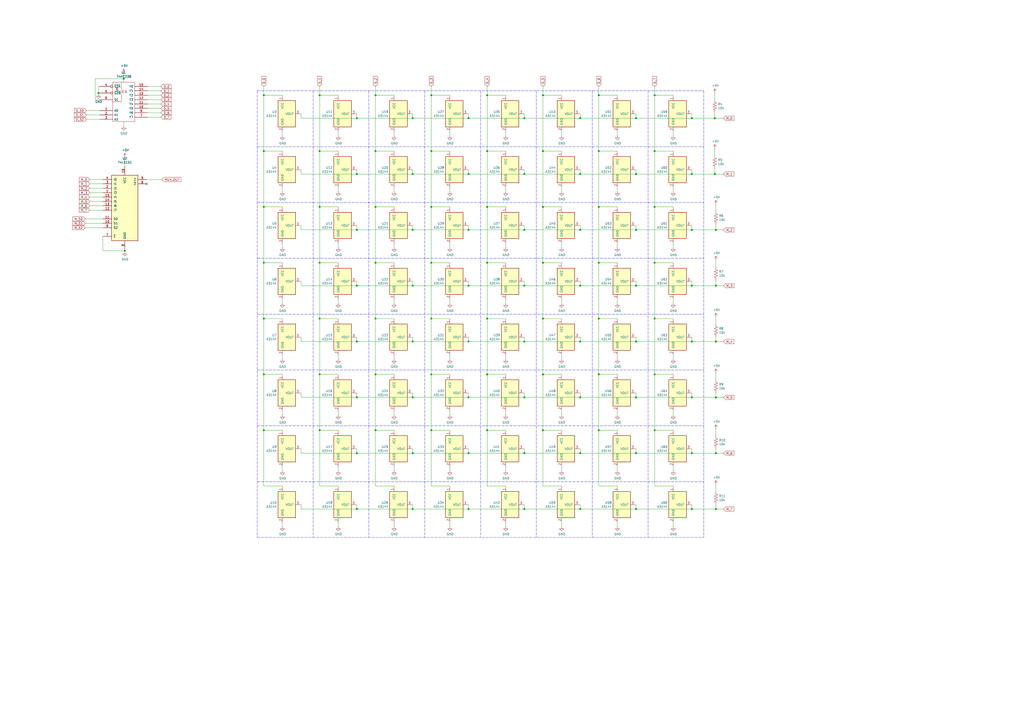
<source format=kicad_sch>
(kicad_sch (version 20231120) (generator "eeschema") (generator_version "8.0")
  (paper "A2")
  (title_block (title "Smart Chess Board") (date "2024-10-10"))
  (junction (at 415.29 262.89))
  (junction (at 336.55 295.275))
  (junction (at 217.805 184.785))
  (junction (at 414.655 68.58))
  (junction (at 314.96 120.015))
  (junction (at 185.42 184.785))
  (junction (at 314.96 55.245))
  (junction (at 304.165 133.35))
  (junction (at 250.19 249.555))
  (junction (at 379.73 120.015))
  (junction (at 72.39 145.415))
  (junction (at 336.55 68.58))
  (junction (at 185.42 152.4))
  (junction (at 415.29 198.12))
  (junction (at 185.42 120.015))
  (junction (at 368.935 295.275))
  (junction (at 401.32 295.275))
  (junction (at 282.575 87.63))
  (junction (at 250.19 184.785))
  (junction (at 336.55 100.965))
  (junction (at 415.29 133.35))
  (junction (at 379.73 249.555))
  (junction (at 239.395 68.58))
  (junction (at 336.55 262.89))
  (junction (at 415.29 295.275))
  (junction (at 347.345 217.17))
  (junction (at 347.345 87.63))
  (junction (at 336.55 230.505))
  (junction (at 217.805 120.015))
  (junction (at 271.78 133.35))
  (junction (at 153.035 249.555))
  (junction (at 271.78 68.58))
  (junction (at 153.035 184.785))
  (junction (at 239.395 100.965))
  (junction (at 207.01 100.965))
  (junction (at 401.32 165.735))
  (junction (at 250.19 87.63))
  (junction (at 314.96 152.4))
  (junction (at 207.01 198.12))
  (junction (at 379.73 55.245))
  (junction (at 271.78 165.735))
  (junction (at 304.165 230.505))
  (junction (at 185.42 87.63))
  (junction (at 336.55 198.12))
  (junction (at 185.42 249.555))
  (junction (at 71.755 45.72))
  (junction (at 379.73 184.785))
  (junction (at 401.32 198.12))
  (junction (at 207.01 133.35))
  (junction (at 250.19 120.015))
  (junction (at 379.73 217.17))
  (junction (at 282.575 120.015))
  (junction (at 271.78 100.965))
  (junction (at 401.32 230.505))
  (junction (at 304.165 165.735))
  (junction (at 314.96 217.17))
  (junction (at 304.165 295.275))
  (junction (at 185.42 55.245))
  (junction (at 207.01 165.735))
  (junction (at 239.395 198.12))
  (junction (at 368.935 100.965))
  (junction (at 271.78 198.12))
  (junction (at 239.395 133.35))
  (junction (at 415.29 230.505))
  (junction (at 304.165 100.965))
  (junction (at 336.55 133.35))
  (junction (at 347.345 249.555))
  (junction (at 207.01 68.58))
  (junction (at 368.935 198.12))
  (junction (at 207.01 295.275))
  (junction (at 239.395 165.735))
  (junction (at 217.805 217.17))
  (junction (at 250.19 217.17))
  (junction (at 336.55 165.735))
  (junction (at 282.575 55.245))
  (junction (at 415.29 165.735))
  (junction (at 401.32 100.965))
  (junction (at 271.78 295.275))
  (junction (at 217.805 249.555))
  (junction (at 368.935 68.58))
  (junction (at 217.805 152.4))
  (junction (at 207.01 262.89))
  (junction (at 347.345 55.245))
  (junction (at 282.575 249.555))
  (junction (at 217.805 87.63))
  (junction (at 153.035 87.63))
  (junction (at 282.575 152.4))
  (junction (at 304.165 262.89))
  (junction (at 368.935 262.89))
  (junction (at 250.19 55.245))
  (junction (at 304.165 68.58))
  (junction (at 239.395 295.275))
  (junction (at 401.32 68.58))
  (junction (at 239.395 262.89))
  (junction (at 401.32 133.35))
  (junction (at 314.96 184.785))
  (junction (at 271.78 230.505))
  (junction (at 304.165 198.12))
  (junction (at 368.935 230.505))
  (junction (at 153.035 152.4))
  (junction (at 379.73 87.63))
  (junction (at 271.78 262.89))
  (junction (at 282.575 184.785))
  (junction (at 57.15 53.975))
  (junction (at 368.935 133.35))
  (junction (at 282.575 217.17))
  (junction (at 153.035 217.17))
  (junction (at 239.395 230.505))
  (junction (at 217.805 55.245))
  (junction (at 368.935 165.735))
  (junction (at 414.655 100.965))
  (junction (at 347.345 184.785))
  (junction (at 401.32 262.89))
  (junction (at 153.035 55.245))
  (junction (at 153.035 120.015))
  (junction (at 314.96 249.555))
  (junction (at 314.96 87.63))
  (junction (at 347.345 120.015))
  (junction (at 347.345 152.4))
  (junction (at 185.42 217.17))
  (junction (at 250.19 152.4))
  (junction (at 207.01 230.505))
  (junction (at 379.73 152.4))
  (no_connect (at 85.09 106.68))
  (wire (pts (xy 368.3 195.58) (xy 368.935 195.58)))
  (wire (pts (xy 163.83 143.51) (xy 163.83 140.97)))
  (wire (pts (xy 163.83 208.28) (xy 163.83 205.74)))
  (wire (pts (xy 174.625 66.04) (xy 174.625 68.58)))
  (wire (pts (xy 260.985 55.245) (xy 250.19 55.245)))
  (wire (pts (xy 325.755 250.19) (xy 325.755 249.555)))
  (wire (pts (xy 206.375 260.35) (xy 207.01 260.35)))
  (wire (pts (xy 336.55 100.965) (xy 368.935 100.965)))
  (wire (pts (xy 71.755 45.72) (xy 71.755 47.625)))
  (wire (pts (xy 325.755 282.575) (xy 325.755 281.94)))
  (wire (pts (xy 72.39 144.78) (xy 72.39 145.415)))
  (wire (pts (xy 174.625 198.12) (xy 207.01 198.12)))
  (wire (pts (xy 196.215 249.555) (xy 185.42 249.555)))
  (wire (pts (xy 336.55 295.275) (xy 368.935 295.275)))
  (wire (pts (xy 325.755 111.125) (xy 325.755 108.585)))
  (wire (pts (xy 250.19 55.245) (xy 250.19 50.165)))
  (wire (pts (xy 401.32 165.735) (xy 401.32 163.195)))
  (wire (pts (xy 293.37 184.785) (xy 282.575 184.785)))
  (wire (pts (xy 390.525 88.265) (xy 390.525 87.63)))
  (wire (pts (xy 207.01 195.58) (xy 207.01 198.12)))
  (wire (pts (xy 303.53 98.425) (xy 304.165 98.425)))
  (wire (pts (xy 358.14 282.575) (xy 358.14 281.94)))
  (wire (pts (xy 368.3 260.35) (xy 368.935 260.35)))
  (wire (pts (xy 250.19 152.4) (xy 250.19 184.785)))
  (wire (pts (xy 163.83 153.035) (xy 163.83 152.4)))
  (wire (pts (xy 239.395 100.965) (xy 271.78 100.965)))
  (wire (pts (xy 228.6 120.65) (xy 228.6 120.015)))
  (wire (pts (xy 206.375 163.195) (xy 207.01 163.195)))
  (wire (pts (xy 415.29 165.735) (xy 419.735 165.735)))
  (wire (pts (xy 271.78 133.35) (xy 304.165 133.35)))
  (wire (pts (xy 271.145 292.735) (xy 271.78 292.735)))
  (wire (pts (xy 196.215 240.665) (xy 196.215 238.125)))
  (wire (pts (xy 379.73 217.17) (xy 379.73 249.555)))
  (wire (pts (xy 173.99 260.35) (xy 174.625 260.35)))
  (wire (pts (xy 304.165 292.735) (xy 304.165 295.275)))
  (wire (pts (xy 196.215 120.65) (xy 196.215 120.015)))
  (wire (pts (xy 368.935 100.965) (xy 401.32 100.965)))
  (wire (pts (xy 325.755 240.665) (xy 325.755 238.125)))
  (wire (pts (xy 206.375 98.425) (xy 207.01 98.425)))
  (wire (pts (xy 217.805 55.245) (xy 217.805 87.63)))
  (wire (pts (xy 196.215 305.435) (xy 196.215 302.895)))
  (wire (pts (xy 368.935 66.04) (xy 368.935 68.58)))
  (wire (pts (xy 206.375 195.58) (xy 207.01 195.58)))
  (wire (pts (xy 358.14 305.435) (xy 358.14 302.895)))
  (wire (pts (xy 239.395 198.12) (xy 271.78 198.12)))
  (wire (pts (xy 414.655 65.405) (xy 414.655 68.58)))
  (wire (pts (xy 304.165 133.35) (xy 336.55 133.35)))
  (wire (pts (xy 239.395 98.425) (xy 239.395 100.965)))
  (wire (pts (xy 59.69 109.22) (xy 52.07 109.22)))
  (wire (pts (xy 163.83 249.555) (xy 153.035 249.555)))
  (wire (pts (xy 228.6 250.19) (xy 228.6 249.555)))
  (wire (pts (xy 206.375 227.965) (xy 207.01 227.965)))
  (wire (pts (xy 303.53 195.58) (xy 304.165 195.58)))
  (wire (pts (xy 368.935 227.965) (xy 368.935 230.505)))
  (wire (pts (xy 325.755 281.94) (xy 314.96 281.94)))
  (wire (pts (xy 185.42 184.785) (xy 185.42 217.17)))
  (wire (pts (xy 303.53 292.735) (xy 304.165 292.735)))
  (wire (pts (xy 271.78 230.505) (xy 304.165 230.505)))
  (wire (pts (xy 293.37 111.125) (xy 293.37 108.585)))
  (wire (pts (xy 390.525 281.94) (xy 379.73 281.94)))
  (wire (pts (xy 415.29 220.345) (xy 415.29 216.535)))
  (wire (pts (xy 260.985 143.51) (xy 260.985 140.97)))
  (wire (pts (xy 401.32 165.735) (xy 415.29 165.735)))
  (wire (pts (xy 314.96 55.245) (xy 314.96 50.165)))
  (wire (pts (xy 260.985 87.63) (xy 250.19 87.63)))
  (wire (pts (xy 304.165 68.58) (xy 336.55 68.58)))
  (polyline (pts (xy 343.535 52.705) (xy 343.535 311.785)) (stroke (width 0) (type dash)))
  (wire (pts (xy 57.15 54.61) (xy 57.15 53.975)))
  (wire (pts (xy 390.525 240.665) (xy 390.525 238.125)))
  (wire (pts (xy 228.6 281.94) (xy 217.805 281.94)))
  (wire (pts (xy 293.37 217.17) (xy 282.575 217.17)))
  (wire (pts (xy 185.42 249.555) (xy 185.42 281.94)))
  (wire (pts (xy 153.035 55.245) (xy 153.035 87.63)))
  (wire (pts (xy 379.73 152.4) (xy 379.73 184.785)))
  (wire (pts (xy 368.935 195.58) (xy 368.935 198.12)))
  (wire (pts (xy 163.83 55.245) (xy 153.035 55.245)))
  (wire (pts (xy 173.99 66.04) (xy 174.625 66.04)))
  (wire (pts (xy 217.805 55.245) (xy 217.805 50.165)))
  (wire (pts (xy 196.215 55.88) (xy 196.215 55.245)))
  (wire (pts (xy 347.345 184.785) (xy 347.345 217.17)))
  (wire (pts (xy 260.985 208.28) (xy 260.985 205.74)))
  (wire (pts (xy 335.915 98.425) (xy 336.55 98.425)))
  (wire (pts (xy 196.215 88.265) (xy 196.215 87.63)))
  (wire (pts (xy 325.755 152.4) (xy 314.96 152.4)))
  (wire (pts (xy 336.55 98.425) (xy 336.55 100.965)))
  (wire (pts (xy 415.29 260.35) (xy 415.29 262.89)))
  (wire (pts (xy 163.83 282.575) (xy 163.83 281.94)))
  (wire (pts (xy 185.42 55.245) (xy 185.42 87.63)))
  (wire (pts (xy 173.99 98.425) (xy 174.625 98.425)))
  (wire (pts (xy 415.29 295.275) (xy 419.735 295.275)))
  (wire (pts (xy 59.69 104.14) (xy 52.07 104.14)))
  (wire (pts (xy 358.14 281.94) (xy 347.345 281.94)))
  (wire (pts (xy 358.14 208.28) (xy 358.14 205.74)))
  (wire (pts (xy 347.345 217.17) (xy 347.345 249.555)))
  (wire (pts (xy 390.525 249.555) (xy 379.73 249.555)))
  (wire (pts (xy 271.78 68.58) (xy 304.165 68.58)))
  (wire (pts (xy 325.755 273.05) (xy 325.755 270.51)))
  (wire (pts (xy 347.345 55.245) (xy 347.345 50.165)))
  (wire (pts (xy 314.96 184.785) (xy 314.96 217.17)))
  (wire (pts (xy 304.165 100.965) (xy 336.55 100.965)))
  (wire (pts (xy 293.37 55.245) (xy 282.575 55.245)))
  (wire (pts (xy 390.525 250.19) (xy 390.525 249.555)))
  (wire (pts (xy 358.14 55.88) (xy 358.14 55.245)))
  (wire (pts (xy 163.83 305.435) (xy 163.83 302.895)))
  (wire (pts (xy 336.55 292.735) (xy 336.55 295.275)))
  (wire (pts (xy 293.37 273.05) (xy 293.37 270.51)))
  (wire (pts (xy 325.755 153.035) (xy 325.755 152.4)))
  (wire (pts (xy 358.14 87.63) (xy 347.345 87.63)))
  (wire (pts (xy 336.55 198.12) (xy 368.935 198.12)))
  (wire (pts (xy 185.42 55.245) (xy 185.42 50.165)))
  (wire (pts (xy 196.215 175.895) (xy 196.215 173.355)))
  (wire (pts (xy 314.96 87.63) (xy 314.96 120.015)))
  (wire (pts (xy 239.395 230.505) (xy 271.78 230.505)))
  (wire (pts (xy 239.395 163.195) (xy 239.395 165.735)))
  (wire (pts (xy 163.83 184.785) (xy 153.035 184.785)))
  (wire (pts (xy 271.145 227.965) (xy 271.78 227.965)))
  (wire (pts (xy 93.345 52.705) (xy 85.725 52.705)))
  (wire (pts (xy 260.985 217.805) (xy 260.985 217.17)))
  (polyline (pts (xy 213.995 52.705) (xy 213.995 311.785)) (stroke (width 0) (type dash)))
  (wire (pts (xy 379.73 87.63) (xy 379.73 120.015)))
  (wire (pts (xy 390.525 217.805) (xy 390.525 217.17)))
  (wire (pts (xy 50.165 64.135) (xy 57.785 64.135)))
  (wire (pts (xy 293.37 217.805) (xy 293.37 217.17)))
  (wire (pts (xy 368.3 227.965) (xy 368.935 227.965)))
  (wire (pts (xy 400.685 292.735) (xy 401.32 292.735)))
  (wire (pts (xy 163.83 87.63) (xy 153.035 87.63)))
  (wire (pts (xy 368.3 66.04) (xy 368.935 66.04)))
  (wire (pts (xy 400.685 130.81) (xy 401.32 130.81)))
  (wire (pts (xy 390.525 208.28) (xy 390.525 205.74)))
  (wire (pts (xy 196.215 87.63) (xy 185.42 87.63)))
  (wire (pts (xy 271.78 227.965) (xy 271.78 230.505)))
  (wire (pts (xy 228.6 111.125) (xy 228.6 108.585)))
  (wire (pts (xy 153.035 184.785) (xy 153.035 217.17)))
  (wire (pts (xy 228.6 273.05) (xy 228.6 270.51)))
  (wire (pts (xy 163.83 120.015) (xy 153.035 120.015)))
  (wire (pts (xy 217.805 120.015) (xy 217.805 152.4)))
  (wire (pts (xy 336.55 195.58) (xy 336.55 198.12)))
  (wire (pts (xy 271.78 165.735) (xy 304.165 165.735)))
  (wire (pts (xy 282.575 87.63) (xy 282.575 120.015)))
  (wire (pts (xy 173.99 227.965) (xy 174.625 227.965)))
  (wire (pts (xy 335.915 260.35) (xy 336.55 260.35)))
  (wire (pts (xy 207.01 198.12) (xy 239.395 198.12)))
  (polyline (pts (xy 408.305 52.705) (xy 408.305 311.785)) (stroke (width 0) (type dash)))
  (polyline (pts (xy 246.38 52.705) (xy 246.38 311.785)) (stroke (width 0) (type dash)))
  (wire (pts (xy 325.755 184.785) (xy 314.96 184.785)))
  (wire (pts (xy 173.99 163.195) (xy 174.625 163.195)))
  (wire (pts (xy 271.78 130.81) (xy 271.78 133.35)))
  (wire (pts (xy 271.145 260.35) (xy 271.78 260.35)))
  (polyline (pts (xy 149.225 182.245) (xy 408.305 182.245)) (stroke (width 0) (type dash)))
  (wire (pts (xy 304.165 98.425) (xy 304.165 100.965)))
  (wire (pts (xy 415.29 285.115) (xy 415.29 281.305)))
  (wire (pts (xy 390.525 55.245) (xy 379.73 55.245)))
  (wire (pts (xy 163.83 111.125) (xy 163.83 108.585)))
  (wire (pts (xy 368.935 262.89) (xy 401.32 262.89)))
  (wire (pts (xy 196.215 217.805) (xy 196.215 217.17)))
  (wire (pts (xy 206.375 66.04) (xy 207.01 66.04)))
  (wire (pts (xy 390.525 305.435) (xy 390.525 302.895)))
  (wire (pts (xy 228.6 240.665) (xy 228.6 238.125)))
  (wire (pts (xy 57.785 66.675) (xy 50.165 66.675)))
  (wire (pts (xy 174.625 165.735) (xy 207.01 165.735)))
  (wire (pts (xy 325.755 185.42) (xy 325.755 184.785)))
  (wire (pts (xy 401.32 68.58) (xy 401.32 66.04)))
  (wire (pts (xy 415.29 154.94) (xy 415.29 151.13)))
  (wire (pts (xy 282.575 152.4) (xy 282.575 184.785)))
  (wire (pts (xy 400.685 260.35) (xy 401.32 260.35)))
  (wire (pts (xy 400.685 227.965) (xy 401.32 227.965)))
  (wire (pts (xy 239.395 68.58) (xy 271.78 68.58)))
  (wire (pts (xy 293.37 55.88) (xy 293.37 55.245)))
  (wire (pts (xy 228.6 55.245) (xy 217.805 55.245)))
  (wire (pts (xy 271.145 66.04) (xy 271.78 66.04)))
  (wire (pts (xy 207.01 100.965) (xy 239.395 100.965)))
  (wire (pts (xy 415.29 195.58) (xy 415.29 198.12)))
  (wire (pts (xy 196.215 55.245) (xy 185.42 55.245)))
  (wire (pts (xy 163.83 175.895) (xy 163.83 173.355)))
  (wire (pts (xy 358.14 152.4) (xy 347.345 152.4)))
  (wire (pts (xy 239.395 130.81) (xy 239.395 133.35)))
  (wire (pts (xy 358.14 249.555) (xy 347.345 249.555)))
  (wire (pts (xy 238.76 195.58) (xy 239.395 195.58)))
  (wire (pts (xy 358.14 88.265) (xy 358.14 87.63)))
  (wire (pts (xy 163.83 273.05) (xy 163.83 270.51)))
  (wire (pts (xy 325.755 305.435) (xy 325.755 302.895)))
  (wire (pts (xy 239.395 292.735) (xy 239.395 295.275)))
  (wire (pts (xy 260.985 249.555) (xy 250.19 249.555)))
  (wire (pts (xy 228.6 87.63) (xy 217.805 87.63)))
  (wire (pts (xy 228.6 152.4) (xy 217.805 152.4)))
  (wire (pts (xy 401.32 230.505) (xy 415.29 230.505)))
  (wire (pts (xy 59.69 137.16) (xy 59.69 145.415)))
  (polyline (pts (xy 149.225 85.09) (xy 408.305 85.09)) (stroke (width 0) (type dash)))
  (wire (pts (xy 250.19 87.63) (xy 250.19 120.015)))
  (wire (pts (xy 336.55 262.89) (xy 368.935 262.89)))
  (wire (pts (xy 415.29 252.73) (xy 415.29 248.92)))
  (wire (pts (xy 414.655 100.965) (xy 419.735 100.965)))
  (wire (pts (xy 358.14 240.665) (xy 358.14 238.125)))
  (wire (pts (xy 217.805 217.17) (xy 217.805 249.555)))
  (wire (pts (xy 390.525 175.895) (xy 390.525 173.355)))
  (wire (pts (xy 174.625 133.35) (xy 207.01 133.35)))
  (wire (pts (xy 271.145 163.195) (xy 271.78 163.195)))
  (wire (pts (xy 304.165 230.505) (xy 336.55 230.505)))
  (wire (pts (xy 304.165 295.275) (xy 336.55 295.275)))
  (wire (pts (xy 207.01 130.81) (xy 207.01 133.35)))
  (wire (pts (xy 347.345 120.015) (xy 347.345 152.4)))
  (wire (pts (xy 196.215 152.4) (xy 185.42 152.4)))
  (wire (pts (xy 239.395 295.275) (xy 271.78 295.275)))
  (wire (pts (xy 358.14 78.74) (xy 358.14 76.2)))
  (wire (pts (xy 239.395 262.89) (xy 271.78 262.89)))
  (wire (pts (xy 196.215 78.74) (xy 196.215 76.2)))
  (wire (pts (xy 336.55 68.58) (xy 368.935 68.58)))
  (wire (pts (xy 238.76 130.81) (xy 239.395 130.81)))
  (wire (pts (xy 217.805 249.555) (xy 217.805 281.94)))
  (wire (pts (xy 335.915 66.04) (xy 336.55 66.04)))
  (wire (pts (xy 325.755 120.65) (xy 325.755 120.015)))
  (wire (pts (xy 282.575 249.555) (xy 282.575 281.94)))
  (wire (pts (xy 260.985 282.575) (xy 260.985 281.94)))
  (wire (pts (xy 390.525 120.65) (xy 390.525 120.015)))
  (wire (pts (xy 401.32 198.12) (xy 415.29 198.12)))
  (wire (pts (xy 228.6 78.74) (xy 228.6 76.2)))
  (polyline (pts (xy 149.225 247.015) (xy 408.305 247.015)) (stroke (width 0) (type dash)))
  (wire (pts (xy 238.76 260.35) (xy 239.395 260.35)))
  (wire (pts (xy 85.725 60.325) (xy 93.345 60.325)))
  (wire (pts (xy 379.73 55.245) (xy 379.73 50.165)))
  (wire (pts (xy 314.96 55.245) (xy 314.96 87.63)))
  (wire (pts (xy 260.985 78.74) (xy 260.985 76.2)))
  (wire (pts (xy 401.32 68.58) (xy 414.655 68.58)))
  (wire (pts (xy 271.145 98.425) (xy 271.78 98.425)))
  (wire (pts (xy 185.42 217.17) (xy 185.42 249.555)))
  (wire (pts (xy 72.39 145.415) (xy 72.39 146.05)))
  (wire (pts (xy 303.53 227.965) (xy 304.165 227.965)))
  (wire (pts (xy 163.83 120.65) (xy 163.83 120.015)))
  (wire (pts (xy 238.76 163.195) (xy 239.395 163.195)))
  (wire (pts (xy 401.32 230.505) (xy 401.32 227.965)))
  (wire (pts (xy 303.53 130.81) (xy 304.165 130.81)))
  (wire (pts (xy 336.55 230.505) (xy 368.935 230.505)))
  (wire (pts (xy 368.935 292.735) (xy 368.935 295.275)))
  (wire (pts (xy 174.625 68.58) (xy 207.01 68.58)))
  (wire (pts (xy 390.525 120.015) (xy 379.73 120.015)))
  (wire (pts (xy 207.01 292.735) (xy 207.01 295.275)))
  (wire (pts (xy 304.165 227.965) (xy 304.165 230.505)))
  (wire (pts (xy 271.78 295.275) (xy 304.165 295.275)))
  (wire (pts (xy 207.01 260.35) (xy 207.01 262.89)))
  (polyline (pts (xy 375.92 52.705) (xy 375.92 311.785)) (stroke (width 0) (type dash)))
  (wire (pts (xy 336.55 163.195) (xy 336.55 165.735)))
  (wire (pts (xy 239.395 260.35) (xy 239.395 262.89)))
  (wire (pts (xy 196.215 282.575) (xy 196.215 281.94)))
  (wire (pts (xy 260.985 184.785) (xy 250.19 184.785)))
  (wire (pts (xy 163.83 185.42) (xy 163.83 184.785)))
  (wire (pts (xy 303.53 260.35) (xy 304.165 260.35)))
  (wire (pts (xy 163.83 217.17) (xy 153.035 217.17)))
  (wire (pts (xy 196.215 153.035) (xy 196.215 152.4)))
  (wire (pts (xy 250.19 249.555) (xy 250.19 281.94)))
  (wire (pts (xy 153.035 87.63) (xy 153.035 120.015)))
  (wire (pts (xy 347.345 55.245) (xy 347.345 87.63)))
  (wire (pts (xy 260.985 120.65) (xy 260.985 120.015)))
  (wire (pts (xy 228.6 208.28) (xy 228.6 205.74)))
  (wire (pts (xy 415.29 292.735) (xy 415.29 295.275)))
  (wire (pts (xy 304.165 260.35) (xy 304.165 262.89)))
  (wire (pts (xy 335.915 292.735) (xy 336.55 292.735)))
  (wire (pts (xy 153.035 217.17) (xy 153.035 249.555)))
  (wire (pts (xy 207.01 98.425) (xy 207.01 100.965)))
  (wire (pts (xy 163.83 250.19) (xy 163.83 249.555)))
  (wire (pts (xy 50.165 69.215) (xy 57.785 69.215)))
  (wire (pts (xy 293.37 175.895) (xy 293.37 173.355)))
  (wire (pts (xy 368.3 98.425) (xy 368.935 98.425)))
  (wire (pts (xy 163.83 240.665) (xy 163.83 238.125)))
  (wire (pts (xy 238.76 98.425) (xy 239.395 98.425)))
  (wire (pts (xy 271.78 262.89) (xy 304.165 262.89)))
  (wire (pts (xy 400.685 66.04) (xy 401.32 66.04)))
  (wire (pts (xy 271.78 68.58) (xy 271.78 66.04)))
  (wire (pts (xy 390.525 184.785) (xy 379.73 184.785)))
  (wire (pts (xy 174.625 98.425) (xy 174.625 100.965)))
  (wire (pts (xy 228.6 120.015) (xy 217.805 120.015)))
  (wire (pts (xy 271.78 292.735) (xy 271.78 295.275)))
  (wire (pts (xy 196.215 143.51) (xy 196.215 140.97)))
  (wire (pts (xy 390.525 55.88) (xy 390.525 55.245)))
  (wire (pts (xy 59.69 116.84) (xy 52.07 116.84)))
  (wire (pts (xy 239.395 227.965) (xy 239.395 230.505)))
  (wire (pts (xy 335.915 227.965) (xy 336.55 227.965)))
  (wire (pts (xy 293.37 250.19) (xy 293.37 249.555)))
  (wire (pts (xy 196.215 111.125) (xy 196.215 108.585)))
  (wire (pts (xy 358.14 217.17) (xy 347.345 217.17)))
  (wire (pts (xy 325.755 249.555) (xy 314.96 249.555)))
  (wire (pts (xy 174.625 163.195) (xy 174.625 165.735)))
  (wire (pts (xy 415.29 162.56) (xy 415.29 165.735)))
  (wire (pts (xy 400.685 163.195) (xy 401.32 163.195)))
  (wire (pts (xy 207.01 163.195) (xy 207.01 165.735)))
  (wire (pts (xy 325.755 120.015) (xy 314.96 120.015)))
  (polyline (pts (xy 149.225 279.4) (xy 408.305 279.4)) (stroke (width 0) (type dash)))
  (wire (pts (xy 228.6 282.575) (xy 228.6 281.94)))
  (wire (pts (xy 293.37 305.435) (xy 293.37 302.895)))
  (wire (pts (xy 49.53 129.54) (xy 59.69 129.54)))
  (wire (pts (xy 228.6 175.895) (xy 228.6 173.355)))
  (wire (pts (xy 207.01 68.58) (xy 239.395 68.58)))
  (polyline (pts (xy 149.225 52.705) (xy 149.225 311.785)) (stroke (width 0) (type dash)))
  (wire (pts (xy 271.78 100.965) (xy 304.165 100.965)))
  (wire (pts (xy 358.14 250.19) (xy 358.14 249.555)))
  (wire (pts (xy 239.395 66.04) (xy 239.395 68.58)))
  (wire (pts (xy 59.69 106.68) (xy 52.07 106.68)))
  (wire (pts (xy 207.01 262.89) (xy 239.395 262.89)))
  (wire (pts (xy 52.07 119.38) (xy 59.69 119.38)))
  (wire (pts (xy 390.525 152.4) (xy 379.73 152.4)))
  (wire (pts (xy 401.32 133.35) (xy 415.29 133.35)))
  (wire (pts (xy 304.165 130.81) (xy 304.165 133.35)))
  (wire (pts (xy 415.29 230.505) (xy 419.735 230.505)))
  (wire (pts (xy 59.69 145.415) (xy 72.39 145.415)))
  (wire (pts (xy 260.985 217.17) (xy 250.19 217.17)))
  (wire (pts (xy 368.935 295.275) (xy 401.32 295.275)))
  (wire (pts (xy 304.165 198.12) (xy 336.55 198.12)))
  (wire (pts (xy 174.625 292.735) (xy 174.625 295.275)))
  (wire (pts (xy 415.29 198.12) (xy 419.735 198.12)))
  (wire (pts (xy 293.37 120.65) (xy 293.37 120.015)))
  (wire (pts (xy 163.83 217.805) (xy 163.83 217.17)))
  (wire (pts (xy 59.69 114.3) (xy 52.07 114.3)))
  (wire (pts (xy 358.14 217.805) (xy 358.14 217.17)))
  (wire (pts (xy 325.755 78.74) (xy 325.755 76.2)))
  (wire (pts (xy 260.985 111.125) (xy 260.985 108.585)))
  (wire (pts (xy 57.785 53.975) (xy 57.15 53.975)))
  (wire (pts (xy 49.53 132.08) (xy 59.69 132.08)))
  (wire (pts (xy 304.165 163.195) (xy 304.165 165.735)))
  (wire (pts (xy 325.755 143.51) (xy 325.755 140.97)))
  (wire (pts (xy 358.14 153.035) (xy 358.14 152.4)))
  (wire (pts (xy 347.345 152.4) (xy 347.345 184.785)))
  (wire (pts (xy 293.37 88.265) (xy 293.37 87.63)))
  (wire (pts (xy 174.625 130.81) (xy 174.625 133.35)))
  (wire (pts (xy 239.395 195.58) (xy 239.395 198.12)))
  (wire (pts (xy 414.655 68.58) (xy 419.735 68.58)))
  (wire (pts (xy 347.345 249.555) (xy 347.345 281.94)))
  (wire (pts (xy 163.83 78.74) (xy 163.83 76.2)))
  (wire (pts (xy 293.37 152.4) (xy 282.575 152.4)))
  (wire (pts (xy 368.935 68.58) (xy 401.32 68.58)))
  (wire (pts (xy 185.42 87.63) (xy 185.42 120.015)))
  (wire (pts (xy 228.6 184.785) (xy 217.805 184.785)))
  (wire (pts (xy 379.73 184.785) (xy 379.73 217.17)))
  (wire (pts (xy 206.375 130.81) (xy 207.01 130.81)))
  (wire (pts (xy 293.37 281.94) (xy 282.575 281.94)))
  (wire (pts (xy 163.83 88.265) (xy 163.83 87.63)))
  (wire (pts (xy 293.37 240.665) (xy 293.37 238.125)))
  (wire (pts (xy 49.53 127) (xy 59.69 127)))
  (wire (pts (xy 260.985 175.895) (xy 260.985 173.355)))
  (wire (pts (xy 228.6 143.51) (xy 228.6 140.97)))
  (wire (pts (xy 282.575 55.245) (xy 282.575 50.165)))
  (polyline (pts (xy 149.225 52.705) (xy 408.305 52.705)) (stroke (width 0) (type dash)))
  (wire (pts (xy 174.625 195.58) (xy 174.625 198.12)))
  (wire (pts (xy 325.755 217.17) (xy 314.96 217.17)))
  (wire (pts (xy 358.14 175.895) (xy 358.14 173.355)))
  (wire (pts (xy 401.32 262.89) (xy 415.29 262.89)))
  (wire (pts (xy 314.96 249.555) (xy 314.96 281.94)))
  (wire (pts (xy 71.755 42.545) (xy 71.755 45.72)))
  (wire (pts (xy 174.625 227.965) (xy 174.625 230.505)))
  (wire (pts (xy 85.09 104.14) (xy 93.98 104.14)))
  (wire (pts (xy 293.37 208.28) (xy 293.37 205.74)))
  (wire (pts (xy 314.96 120.015) (xy 314.96 152.4)))
  (wire (pts (xy 207.01 295.275) (xy 239.395 295.275)))
  (wire (pts (xy 401.32 262.89) (xy 401.32 260.35)))
  (wire (pts (xy 325.755 175.895) (xy 325.755 173.355)))
  (wire (pts (xy 55.245 45.72) (xy 71.755 45.72)))
  (wire (pts (xy 325.755 88.265) (xy 325.755 87.63)))
  (wire (pts (xy 368.935 230.505) (xy 401.32 230.505)))
  (wire (pts (xy 173.99 195.58) (xy 174.625 195.58)))
  (wire (pts (xy 368.3 163.195) (xy 368.935 163.195)))
  (wire (pts (xy 59.69 121.92) (xy 52.07 121.92)))
  (polyline (pts (xy 149.225 149.86) (xy 408.305 149.86)) (stroke (width 0) (type dash)))
  (wire (pts (xy 238.76 66.04) (xy 239.395 66.04)))
  (wire (pts (xy 196.215 281.94) (xy 185.42 281.94)))
  (polyline (pts (xy 181.61 52.705) (xy 181.61 311.785)) (stroke (width 0) (type dash)))
  (wire (pts (xy 390.525 273.05) (xy 390.525 270.51)))
  (wire (pts (xy 271.78 198.12) (xy 304.165 198.12)))
  (wire (pts (xy 358.14 273.05) (xy 358.14 270.51)))
  (wire (pts (xy 415.29 262.89) (xy 419.735 262.89)))
  (wire (pts (xy 401.32 133.35) (xy 401.32 130.81)))
  (wire (pts (xy 271.78 98.425) (xy 271.78 100.965)))
  (wire (pts (xy 55.245 57.785) (xy 55.245 45.72)))
  (wire (pts (xy 293.37 185.42) (xy 293.37 184.785)))
  (wire (pts (xy 207.01 227.965) (xy 207.01 230.505)))
  (wire (pts (xy 368.935 163.195) (xy 368.935 165.735)))
  (wire (pts (xy 85.725 67.945) (xy 93.345 67.945)))
  (wire (pts (xy 173.99 292.735) (xy 174.625 292.735)))
  (wire (pts (xy 260.985 240.665) (xy 260.985 238.125)))
  (wire (pts (xy 415.29 133.35) (xy 419.735 133.35)))
  (wire (pts (xy 358.14 184.785) (xy 347.345 184.785)))
  (wire (pts (xy 163.83 55.88) (xy 163.83 55.245)))
  (wire (pts (xy 400.685 195.58) (xy 401.32 195.58)))
  (wire (pts (xy 250.19 120.015) (xy 250.19 152.4)))
  (wire (pts (xy 260.985 153.035) (xy 260.985 152.4)))
  (wire (pts (xy 174.625 295.275) (xy 207.01 295.275)))
  (wire (pts (xy 415.29 187.96) (xy 415.29 184.15)))
  (wire (pts (xy 304.165 165.735) (xy 336.55 165.735)))
  (wire (pts (xy 250.19 184.785) (xy 250.19 217.17)))
  (wire (pts (xy 271.78 195.58) (xy 271.78 198.12)))
  (wire (pts (xy 72.39 91.44) (xy 72.39 96.52)))
  (wire (pts (xy 174.625 230.505) (xy 207.01 230.505)))
  (wire (pts (xy 271.145 195.58) (xy 271.78 195.58)))
  (wire (pts (xy 228.6 185.42) (xy 228.6 184.785)))
  (wire (pts (xy 260.985 281.94) (xy 250.19 281.94)))
  (polyline (pts (xy 149.225 214.63) (xy 408.305 214.63)) (stroke (width 0) (type dash)))
  (wire (pts (xy 358.14 111.125) (xy 358.14 108.585)))
  (wire (pts (xy 206.375 292.735) (xy 207.01 292.735)))
  (wire (pts (xy 347.345 87.63) (xy 347.345 120.015)))
  (wire (pts (xy 217.805 184.785) (xy 217.805 217.17)))
  (wire (pts (xy 153.035 120.015) (xy 153.035 152.4)))
  (wire (pts (xy 196.215 273.05) (xy 196.215 270.51)))
  (wire (pts (xy 153.035 55.245) (xy 153.035 50.165)))
  (wire (pts (xy 368.935 98.425) (xy 368.935 100.965)))
  (wire (pts (xy 228.6 55.88) (xy 228.6 55.245)))
  (wire (pts (xy 282.575 120.015) (xy 282.575 152.4)))
  (wire (pts (xy 196.215 250.19) (xy 196.215 249.555)))
  (wire (pts (xy 335.915 163.195) (xy 336.55 163.195)))
  (wire (pts (xy 358.14 120.65) (xy 358.14 120.015)))
  (wire (pts (xy 57.15 53.975) (xy 57.15 50.165)))
  (wire (pts (xy 174.625 262.89) (xy 207.01 262.89)))
  (wire (pts (xy 415.29 130.175) (xy 415.29 133.35)))
  (wire (pts (xy 196.215 217.17) (xy 185.42 217.17)))
  (wire (pts (xy 293.37 78.74) (xy 293.37 76.2)))
  (wire (pts (xy 238.76 292.735) (xy 239.395 292.735)))
  (wire (pts (xy 368.3 292.735) (xy 368.935 292.735)))
  (wire (pts (xy 250.19 55.245) (xy 250.19 87.63)))
  (wire (pts (xy 414.655 90.17) (xy 414.655 86.36)))
  (wire (pts (xy 260.985 305.435) (xy 260.985 302.895)))
  (wire (pts (xy 217.805 87.63) (xy 217.805 120.015)))
  (wire (pts (xy 174.625 260.35) (xy 174.625 262.89)))
  (wire (pts (xy 260.985 250.19) (xy 260.985 249.555)))
  (wire (pts (xy 173.99 130.81) (xy 174.625 130.81)))
  (wire (pts (xy 85.725 65.405) (xy 93.345 65.405)))
  (wire (pts (xy 196.215 185.42) (xy 196.215 184.785)))
  (wire (pts (xy 358.14 185.42) (xy 358.14 184.785)))
  (wire (pts (xy 390.525 143.51) (xy 390.525 140.97)))
  (wire (pts (xy 207.01 133.35) (xy 239.395 133.35)))
  (wire (pts (xy 228.6 305.435) (xy 228.6 302.895)))
  (wire (pts (xy 368.935 198.12) (xy 401.32 198.12)))
  (wire (pts (xy 401.32 295.275) (xy 415.29 295.275)))
  (wire (pts (xy 85.725 50.165) (xy 93.345 50.165)))
  (wire (pts (xy 335.915 195.58) (xy 336.55 195.58)))
  (polyline (pts (xy 278.765 52.705) (xy 278.765 311.785)) (stroke (width 0) (type dash)))
  (wire (pts (xy 368.935 130.81) (xy 368.935 133.35)))
  (wire (pts (xy 207.01 230.505) (xy 239.395 230.505)))
  (wire (pts (xy 207.01 68.58) (xy 207.01 66.04)))
  (wire (pts (xy 325.755 55.88) (xy 325.755 55.245)))
  (wire (pts (xy 358.14 120.015) (xy 347.345 120.015)))
  (polyline (pts (xy 149.225 117.475) (xy 408.305 117.475)) (stroke (width 0) (type dash)))
  (wire (pts (xy 400.685 98.425) (xy 401.32 98.425)))
  (wire (pts (xy 390.525 87.63) (xy 379.73 87.63)))
  (wire (pts (xy 163.83 152.4) (xy 153.035 152.4)))
  (wire (pts (xy 401.32 100.965) (xy 401.32 98.425)))
  (wire (pts (xy 414.655 97.79) (xy 414.655 100.965)))
  (wire (pts (xy 282.575 217.17) (xy 282.575 249.555)))
  (wire (pts (xy 196.215 208.28) (xy 196.215 205.74)))
  (wire (pts (xy 163.83 281.94) (xy 153.035 281.94)))
  (wire (pts (xy 293.37 87.63) (xy 282.575 87.63)))
  (polyline (pts (xy 311.15 52.705) (xy 311.15 311.785)) (stroke (width 0) (type dash)))
  (wire (pts (xy 368.935 133.35) (xy 401.32 133.35)))
  (wire (pts (xy 314.96 152.4) (xy 314.96 184.785)))
  (wire (pts (xy 174.625 100.965) (xy 207.01 100.965)))
  (wire (pts (xy 71.755 70.485) (xy 71.755 73.025)))
  (wire (pts (xy 336.55 130.81) (xy 336.55 133.35)))
  (wire (pts (xy 293.37 282.575) (xy 293.37 281.94)))
  (wire (pts (xy 304.165 195.58) (xy 304.165 198.12)))
  (wire (pts (xy 379.73 249.555) (xy 379.73 281.94)))
  (wire (pts (xy 293.37 249.555) (xy 282.575 249.555)))
  (wire (pts (xy 390.525 153.035) (xy 390.525 152.4)))
  (wire (pts (xy 304.165 66.04) (xy 304.165 68.58)))
  (wire (pts (xy 282.575 55.245) (xy 282.575 87.63)))
  (wire (pts (xy 414.655 57.785) (xy 414.655 53.975)))
  (wire (pts (xy 379.73 55.245) (xy 379.73 87.63)))
  (wire (pts (xy 293.37 120.015) (xy 282.575 120.015)))
  (wire (pts (xy 85.725 62.865) (xy 93.345 62.865)))
  (wire (pts (xy 368.3 130.81) (xy 368.935 130.81)))
  (polyline (pts (xy 149.225 311.785) (xy 408.305 311.785)) (stroke (width 0) (type dash)))
  (wire (pts (xy 57.15 50.165) (xy 57.785 50.165)))
  (wire (pts (xy 260.985 185.42) (xy 260.985 184.785)))
  (wire (pts (xy 260.985 88.265) (xy 260.985 87.63)))
  (wire (pts (xy 368.935 260.35) (xy 368.935 262.89)))
  (wire (pts (xy 260.985 120.015) (xy 250.19 120.015)))
  (wire (pts (xy 196.215 184.785) (xy 185.42 184.785)))
  (wire (pts (xy 379.73 120.015) (xy 379.73 152.4)))
  (wire (pts (xy 401.32 198.12) (xy 401.32 195.58)))
  (wire (pts (xy 415.29 227.965) (xy 415.29 230.505)))
  (wire (pts (xy 250.19 217.17) (xy 250.19 249.555)))
  (wire (pts (xy 314.96 217.17) (xy 314.96 249.555)))
  (wire (pts (xy 358.14 55.245) (xy 347.345 55.245)))
  (wire (pts (xy 293.37 143.51) (xy 293.37 140.97)))
  (wire (pts (xy 228.6 249.555) (xy 217.805 249.555)))
  (wire (pts (xy 390.525 282.575) (xy 390.525 281.94)))
  (wire (pts (xy 260.985 273.05) (xy 260.985 270.51)))
  (wire (pts (xy 415.29 122.555) (xy 415.29 118.745)))
  (wire (pts (xy 271.78 260.35) (xy 271.78 262.89)))
  (wire (pts (xy 325.755 208.28) (xy 325.755 205.74)))
  (wire (pts (xy 303.53 66.04) (xy 304.165 66.04)))
  (wire (pts (xy 207.01 165.735) (xy 239.395 165.735)))
  (wire (pts (xy 336.55 260.35) (xy 336.55 262.89)))
  (wire (pts (xy 336.55 68.58) (xy 336.55 66.04)))
  (wire (pts (xy 59.69 111.76) (xy 52.07 111.76)))
  (wire (pts (xy 325.755 217.805) (xy 325.755 217.17)))
  (wire (pts (xy 238.76 227.965) (xy 239.395 227.965)))
  (wire (pts (xy 368.935 165.735) (xy 401.32 165.735)))
  (wire (pts (xy 293.37 153.035) (xy 293.37 152.4)))
  (wire (pts (xy 282.575 184.785) (xy 282.575 217.17)))
  (wire (pts (xy 271.145 130.81) (xy 271.78 130.81)))
  (wire (pts (xy 185.42 152.4) (xy 185.42 184.785)))
  (wire (pts (xy 390.525 111.125) (xy 390.525 108.585)))
  (wire (pts (xy 336.55 165.735) (xy 368.935 165.735)))
  (wire (pts (xy 335.915 130.81) (xy 336.55 130.81)))
  (wire (pts (xy 239.395 133.35) (xy 271.78 133.35)))
  (wire (pts (xy 85.725 55.245) (xy 93.345 55.245)))
  (wire (pts (xy 228.6 153.035) (xy 228.6 152.4)))
  (wire (pts (xy 217.805 152.4) (xy 217.805 184.785)))
  (wire (pts (xy 228.6 217.17) (xy 217.805 217.17)))
  (wire (pts (xy 325.755 87.63) (xy 314.96 87.63)))
  (wire (pts (xy 57.785 57.785) (xy 55.245 57.785)))
  (wire (pts (xy 304.165 262.89) (xy 336.55 262.89)))
  (wire (pts (xy 85.725 57.785) (xy 93.345 57.785)))
  (wire (pts (xy 260.985 152.4) (xy 250.19 152.4)))
  (wire (pts (xy 336.55 227.965) (xy 336.55 230.505)))
  (wire (pts (xy 196.215 120.015) (xy 185.42 120.015)))
  (wire (pts (xy 325.755 55.245) (xy 314.96 55.245)))
  (wire (pts (xy 358.14 143.51) (xy 358.14 140.97)))
  (wire (pts (xy 271.78 163.195) (xy 271.78 165.735)))
  (wire (pts (xy 401.32 100.965) (xy 414.655 100.965)))
  (wire (pts (xy 260.985 55.88) (xy 260.985 55.245)))
  (wire (pts (xy 239.395 165.735) (xy 271.78 165.735)))
  (wire (pts (xy 153.035 152.4) (xy 153.035 184.785)))
  (wire (pts (xy 390.525 78.74) (xy 390.525 76.2)))
  (wire (pts (xy 390.525 185.42) (xy 390.525 184.785)))
  (wire (pts (xy 401.32 295.275) (xy 401.32 292.735)))
  (wire (pts (xy 153.035 249.555) (xy 153.035 281.94)))
  (wire (pts (xy 303.53 163.195) (xy 304.165 163.195)))
  (wire (pts (xy 185.42 120.015) (xy 185.42 152.4)))
  (wire (pts (xy 228.6 88.265) (xy 228.6 87.63)))
  (wire (pts (xy 228.6 217.805) (xy 228.6 217.17)))
  (wire (pts (xy 336.55 133.35) (xy 368.935 133.35)))
  (wire (pts (xy 390.525 217.17) (xy 379.73 217.17)))
  (global_label "D_S1" (shape input) (at 50.165 66.675 180) (property "Intersheetrefs" "${INTERSHEET_REFS}" (effects (hide yes))))
  (global_label "D_S2" (shape input) (at 50.165 69.215 180) (property "Intersheetrefs" "${INTERSHEET_REFS}" (effects (hide yes))))
  (global_label "D_2" (shape input) (at 217.805 50.165 90) (property "Intersheetrefs" "${INTERSHEET_REFS}" (effects (hide yes))))
  (global_label "D_6" (shape input) (at 93.345 65.405 0) (property "Intersheetrefs" "${INTERSHEET_REFS}" (effects (hide yes))))
  (global_label "D_1" (shape input) (at 93.345 52.705 0) (property "Intersheetrefs" "${INTERSHEET_REFS}" (effects (hide yes))))
  (global_label "D_1" (shape input) (at 185.42 50.165 90) (property "Intersheetrefs" "${INTERSHEET_REFS}" (effects (hide yes))))
  (global_label "D_S0" (shape input) (at 50.165 64.135 180) (property "Intersheetrefs" "${INTERSHEET_REFS}" (effects (hide yes))))
  (global_label "D_3" (shape input) (at 93.345 57.785 0) (property "Intersheetrefs" "${INTERSHEET_REFS}" (effects (hide yes))))
  (global_label "M_1" (shape input) (at 52.07 106.68 180) (property "Intersheetrefs" "${INTERSHEET_REFS}" (effects (hide yes))))
  (global_label "M_4" (shape input) (at 419.735 198.12 0) (property "Intersheetrefs" "${INTERSHEET_REFS}" (effects (hide yes))))
  (global_label "M_3" (shape input) (at 419.735 165.735 0) (property "Intersheetrefs" "${INTERSHEET_REFS}" (effects (hide yes))))
  (global_label "M_S2" (shape input) (at 49.53 132.08 180) (property "Intersheetrefs" "${INTERSHEET_REFS}" (effects (hide yes))))
  (global_label "D_4" (shape input) (at 93.345 60.325 0) (property "Intersheetrefs" "${INTERSHEET_REFS}" (effects (hide yes))))
  (global_label "D_6" (shape input) (at 347.345 50.165 90) (property "Intersheetrefs" "${INTERSHEET_REFS}" (effects (hide yes))))
  (global_label "M_4" (shape input) (at 52.07 114.3 180) (property "Intersheetrefs" "${INTERSHEET_REFS}" (effects (hide yes))))
  (global_label "M_7" (shape input) (at 52.07 121.92 180) (property "Intersheetrefs" "${INTERSHEET_REFS}" (effects (hide yes))))
  (global_label "M_0" (shape input) (at 52.07 104.14 180) (property "Intersheetrefs" "${INTERSHEET_REFS}" (effects (hide yes))))
  (global_label "M_2" (shape input) (at 52.07 109.22 180) (property "Intersheetrefs" "${INTERSHEET_REFS}" (effects (hide yes))))
  (global_label "M_6" (shape input) (at 52.07 119.38 180) (property "Intersheetrefs" "${INTERSHEET_REFS}" (effects (hide yes))))
  (global_label "MUX_OUT" (shape input) (at 93.98 104.14 0) (property "Intersheetrefs" "${INTERSHEET_REFS}" (effects (hide yes))))
  (global_label "M_7" (shape input) (at 419.735 295.275 0) (property "Intersheetrefs" "${INTERSHEET_REFS}" (effects (hide yes))))
  (global_label "D_5" (shape input) (at 93.345 62.865 0) (property "Intersheetrefs" "${INTERSHEET_REFS}" (effects (hide yes))))
  (global_label "M_S0" (shape input) (at 49.53 127 180) (property "Intersheetrefs" "${INTERSHEET_REFS}" (effects (hide yes))))
  (global_label "M_3" (shape input) (at 52.07 111.76 180) (property "Intersheetrefs" "${INTERSHEET_REFS}" (effects (hide yes))))
  (global_label "D_7" (shape input) (at 93.345 67.945 0) (property "Intersheetrefs" "${INTERSHEET_REFS}" (effects (hide yes))))
  (global_label "D_7" (shape input) (at 379.73 50.165 90) (property "Intersheetrefs" "${INTERSHEET_REFS}" (effects (hide yes))))
  (global_label "D_5" (shape input) (at 314.96 50.165 90) (property "Intersheetrefs" "${INTERSHEET_REFS}" (effects (hide yes))))
  (global_label "M_5" (shape input) (at 419.735 230.505 0) (property "Intersheetrefs" "${INTERSHEET_REFS}" (effects (hide yes))))
  (global_label "M_0" (shape input) (at 419.735 68.58 0) (property "Intersheetrefs" "${INTERSHEET_REFS}" (effects (hide yes))))
  (global_label "M_1" (shape input) (at 419.735 100.965 0) (property "Intersheetrefs" "${INTERSHEET_REFS}" (effects (hide yes))))
  (global_label "M_2" (shape input) (at 419.735 133.35 0) (property "Intersheetrefs" "${INTERSHEET_REFS}" (effects (hide yes))))
  (global_label "M_6" (shape input) (at 419.735 262.89 0) (property "Intersheetrefs" "${INTERSHEET_REFS}" (effects (hide yes))))
  (global_label "D_4" (shape input) (at 282.575 50.165 90) (property "Intersheetrefs" "${INTERSHEET_REFS}" (effects (hide yes))))
  (global_label "D_2" (shape input) (at 93.345 55.245 0) (property "Intersheetrefs" "${INTERSHEET_REFS}" (effects (hide yes))))
  (global_label "M_5" (shape input) (at 52.07 116.84 180) (property "Intersheetrefs" "${INTERSHEET_REFS}" (effects (hide yes))))
  (global_label "D_3" (shape input) (at 250.19 50.165 90) (property "Intersheetrefs" "${INTERSHEET_REFS}" (effects (hide yes))))
  (global_label "D_0" (shape input) (at 93.345 50.165 0) (property "Intersheetrefs" "${INTERSHEET_REFS}" (effects (hide yes))))
  (global_label "D_0" (shape input) (at 153.035 50.165 90) (property "Intersheetrefs" "${INTERSHEET_REFS}" (effects (hide yes))))
  (global_label "M_S1" (shape input) (at 49.53 129.54 180) (property "Intersheetrefs" "${INTERSHEET_REFS}" (effects (hide yes))))
  (symbol (lib_id "board-rescue:+5V-power") (at 71.755 42.545 0) (unit 1)
    (property "Reference" "#PWR015" (effects (hide yes)))
    (property "Value" "+5V" (at 72.136 38.1508 0))
  )
  (symbol (lib_id "74xx:74LS151") (at 72.39 119.38 0) (unit 1)
    (property "Reference" "U2" (at 72.39 91.9226 0))
    (property "Value" "74LS151" (at 72.39 94.234 0))
    (property "Footprint" "Package_DIP:DIP-16_W7.62mm" (effects (hide yes)))
    (property "Datasheet" "http://www.ti.com/lit/gpn/sn74LS151" (effects (hide yes)))
  )
  (symbol (lib_id "board-rescue:GND-power") (at 71.755 73.025 0) (unit 1)
    (property "Reference" "#PWR016" (effects (hide yes)))
    (property "Value" "GND" (at 71.882 77.4192 0))
  )
  (symbol (lib_id "board-rescue:+5V-power") (at 72.39 91.44 0) (unit 1)
    (property "Reference" "#PWR017" (effects (hide yes)))
    (property "Value" "+5V" (at 72.771 87.0458 0))
  )
  (symbol (lib_id "board-rescue:GND-power") (at 72.39 146.05 0) (unit 1)
    (property "Reference" "#PWR018" (effects (hide yes)))
    (property "Value" "GND" (at 72.517 150.4442 0))
  )
  (symbol (lib_id "board-rescue:74HC238-74xx_IEEE") (at 71.755 55.245 0) (unit 1)
    (property "Reference" "U1" (at 71.755 42.1386 0))
    (property "Value" "74HC238" (at 71.755 44.45 0))
    (property "Footprint" "Package_DIP:DIP-16_W7.62mm" (effects (hide yes)))
  )
  (symbol (lib_id "Board:A3144") (at 166.37 55.88 0) (unit 1)
    (property "Reference" "U3" (at 160.5534 64.8716 0) (effects (justify right)))
    (property "Value" "A3144" (at 160.5534 67.183 0) (effects (justify right)))
    (property "Footprint" "Package_TO_SOT_THT:TO-92Flat" (effects (hide yes)))
  )
  (symbol (lib_id "Board:A3144") (at 198.755 55.88 0) (unit 1)
    (property "Reference" "U11" (at 192.9384 64.8716 0) (effects (justify right)))
    (property "Value" "A3144" (at 192.9384 67.183 0) (effects (justify right)))
    (property "Footprint" "Package_TO_SOT_THT:TO-92Flat" (effects (hide yes)))
  )
  (symbol (lib_id "Board:A3144") (at 231.14 55.88 0) (unit 1)
    (property "Reference" "U19" (at 225.3234 64.8716 0) (effects (justify right)))
    (property "Value" "A3144" (at 225.3234 67.183 0) (effects (justify right)))
    (property "Footprint" "Package_TO_SOT_THT:TO-92Flat" (effects (hide yes)))
  )
  (symbol (lib_id "Board:A3144") (at 263.525 55.88 0) (unit 1)
    (property "Reference" "U27" (at 257.7084 64.8716 0) (effects (justify right)))
    (property "Value" "A3144" (at 257.7084 67.183 0) (effects (justify right)))
    (property "Footprint" "Package_TO_SOT_THT:TO-92Flat" (effects (hide yes)))
  )
  (symbol (lib_id "Board:A3144") (at 295.91 55.88 0) (unit 1)
    (property "Reference" "U35" (at 290.0934 64.8716 0) (effects (justify right)))
    (property "Value" "A3144" (at 290.0934 67.183 0) (effects (justify right)))
    (property "Footprint" "Package_TO_SOT_THT:TO-92Flat" (effects (hide yes)))
  )
  (symbol (lib_id "Board:A3144") (at 328.295 55.88 0) (unit 1)
    (property "Reference" "U43" (at 322.4784 64.8716 0) (effects (justify right)))
    (property "Value" "A3144" (at 322.4784 67.183 0) (effects (justify right)))
    (property "Footprint" "Package_TO_SOT_THT:TO-92Flat" (effects (hide yes)))
  )
  (symbol (lib_id "Board:A3144") (at 360.68 55.88 0) (unit 1)
    (property "Reference" "U51" (at 354.8634 64.8716 0) (effects (justify right)))
    (property "Value" "A3144" (at 354.8634 67.183 0) (effects (justify right)))
    (property "Footprint" "Package_TO_SOT_THT:TO-92Flat" (effects (hide yes)))
  )
  (symbol (lib_id "Board:A3144") (at 393.065 55.88 0) (unit 1)
    (property "Reference" "U59" (at 387.2484 64.8716 0) (effects (justify right)))
    (property "Value" "A3144" (at 387.2484 67.183 0) (effects (justify right)))
    (property "Footprint" "Package_TO_SOT_THT:TO-92Flat" (effects (hide yes)))
  )
  (symbol (lib_id "Device:R_US") (at 414.655 61.595 0) (unit 1)
    (property "Reference" "R4" (at 416.3822 60.4266 0) (effects (justify left)))
    (property "Value" "10k" (at 416.3822 62.738 0) (effects (justify left)))
    (property "Footprint" "Resistor_SMD:R_0805_2012Metric_Pad1.15x1.40mm_HandSolder" (effects (hide yes)))
  )
  (symbol (lib_id "board-rescue:+5V-power") (at 414.655 53.975 0) (unit 1)
    (property "Reference" "#PWR083" (effects (hide yes)))
    (property "Value" "+5V" (at 415.036 49.5808 0))
  )
  (symbol (lib_id "Device:R_US") (at 414.655 93.98 0) (unit 1)
    (property "Reference" "R5" (at 416.3822 92.8116 0) (effects (justify left)))
    (property "Value" "10k" (at 416.3822 95.123 0) (effects (justify left)))
    (property "Footprint" "Resistor_SMD:R_0805_2012Metric_Pad1.15x1.40mm_HandSolder" (effects (hide yes)))
  )
  (symbol (lib_id "board-rescue:+5V-power") (at 414.655 86.36 0) (unit 1)
    (property "Reference" "#PWR084" (effects (hide yes)))
    (property "Value" "+5V" (at 415.036 81.9658 0))
  )
  (symbol (lib_id "Device:R_US") (at 415.29 126.365 0) (unit 1)
    (property "Reference" "R6" (at 417.0172 125.1966 0) (effects (justify left)))
    (property "Value" "10k" (at 417.0172 127.508 0) (effects (justify left)))
    (property "Footprint" "Resistor_SMD:R_0805_2012Metric_Pad1.15x1.40mm_HandSolder" (effects (hide yes)))
  )
  (symbol (lib_id "board-rescue:+5V-power") (at 415.29 118.745 0) (unit 1)
    (property "Reference" "#PWR085" (effects (hide yes)))
    (property "Value" "+5V" (at 415.671 114.3508 0))
  )
  (symbol (lib_id "Device:R_US") (at 415.29 158.75 0) (unit 1)
    (property "Reference" "R7" (at 417.0172 157.5816 0) (effects (justify left)))
    (property "Value" "10k" (at 417.0172 159.893 0) (effects (justify left)))
    (property "Footprint" "Resistor_SMD:R_0805_2012Metric_Pad1.15x1.40mm_HandSolder" (effects (hide yes)))
  )
  (symbol (lib_id "board-rescue:+5V-power") (at 415.29 151.13 0) (unit 1)
    (property "Reference" "#PWR086" (effects (hide yes)))
    (property "Value" "+5V" (at 415.671 146.7358 0))
  )
  (symbol (lib_id "Device:R_US") (at 415.29 191.77 0) (unit 1)
    (property "Reference" "R8" (at 417.0172 190.6016 0) (effects (justify left)))
    (property "Value" "10k" (at 417.0172 192.913 0) (effects (justify left)))
    (property "Footprint" "Resistor_SMD:R_0805_2012Metric_Pad1.15x1.40mm_HandSolder" (effects (hide yes)))
  )
  (symbol (lib_id "board-rescue:+5V-power") (at 415.29 184.15 0) (unit 1)
    (property "Reference" "#PWR087" (effects (hide yes)))
    (property "Value" "+5V" (at 415.671 179.7558 0))
  )
  (symbol (lib_id "board-rescue:+5V-power") (at 415.29 216.535 0) (unit 1)
    (property "Reference" "#PWR088" (effects (hide yes)))
    (property "Value" "+5V" (at 415.671 212.1408 0))
  )
  (symbol (lib_id "Device:R_US") (at 415.29 224.155 0) (unit 1)
    (property "Reference" "R9" (at 417.0172 222.9866 0) (effects (justify left)))
    (property "Value" "10k" (at 417.0172 225.298 0) (effects (justify left)))
    (property "Footprint" "Resistor_SMD:R_0805_2012Metric_Pad1.15x1.40mm_HandSolder" (effects (hide yes)))
  )
  (symbol (lib_id "board-rescue:+5V-power") (at 415.29 248.92 0) (unit 1)
    (property "Reference" "#PWR089" (effects (hide yes)))
    (property "Value" "+5V" (at 415.671 244.5258 0))
  )
  (symbol (lib_id "Device:R_US") (at 415.29 256.54 0) (unit 1)
    (property "Reference" "R10" (at 417.0172 255.3716 0) (effects (justify left)))
    (property "Value" "10k" (at 417.0172 257.683 0) (effects (justify left)))
    (property "Footprint" "Resistor_SMD:R_0805_2012Metric_Pad1.15x1.40mm_HandSolder" (effects (hide yes)))
  )
  (symbol (lib_id "board-rescue:+5V-power") (at 415.29 281.305 0) (unit 1)
    (property "Reference" "#PWR090" (effects (hide yes)))
    (property "Value" "+5V" (at 415.671 276.9108 0))
  )
  (symbol (lib_id "Device:R_US") (at 415.29 288.925 0) (unit 1)
    (property "Reference" "R11" (at 417.0172 287.7566 0) (effects (justify left)))
    (property "Value" "10k" (at 417.0172 290.068 0) (effects (justify left)))
    (property "Footprint" "Resistor_SMD:R_0805_2012Metric_Pad1.15x1.40mm_HandSolder" (effects (hide yes)))
  )
  (symbol (lib_id "board-rescue:GND-power") (at 163.83 78.74 0) (unit 1)
    (property "Reference" "#PWR019" (effects (hide yes)))
    (property "Value" "GND" (at 163.957 83.1342 0))
  )
  (symbol (lib_id "board-rescue:GND-power") (at 163.83 111.125 0) (unit 1)
    (property "Reference" "#PWR020" (effects (hide yes)))
    (property "Value" "GND" (at 163.957 115.5192 0))
  )
  (symbol (lib_id "Board:A3144") (at 166.37 88.265 0) (unit 1)
    (property "Reference" "U4" (at 160.5534 97.2566 0) (effects (justify right)))
    (property "Value" "A3144" (at 160.5534 99.568 0) (effects (justify right)))
    (property "Footprint" "Package_TO_SOT_THT:TO-92Flat" (effects (hide yes)))
  )
  (symbol (lib_id "board-rescue:GND-power") (at 163.83 143.51 0) (unit 1)
    (property "Reference" "#PWR021" (effects (hide yes)))
    (property "Value" "GND" (at 163.957 147.9042 0))
  )
  (symbol (lib_id "board-rescue:GND-power") (at 163.83 175.895 0) (unit 1)
    (property "Reference" "#PWR022" (effects (hide yes)))
    (property "Value" "GND" (at 163.957 180.2892 0))
  )
  (symbol (lib_id "board-rescue:GND-power") (at 163.83 208.28 0) (unit 1)
    (property "Reference" "#PWR023" (effects (hide yes)))
    (property "Value" "GND" (at 163.957 212.6742 0))
  )
  (symbol (lib_id "board-rescue:GND-power") (at 163.83 240.665 0) (unit 1)
    (property "Reference" "#PWR024" (effects (hide yes)))
    (property "Value" "GND" (at 163.957 245.0592 0))
  )
  (symbol (lib_id "board-rescue:GND-power") (at 163.83 273.05 0) (unit 1)
    (property "Reference" "#PWR025" (effects (hide yes)))
    (property "Value" "GND" (at 163.957 277.4442 0))
  )
  (symbol (lib_id "board-rescue:GND-power") (at 163.83 305.435 0) (unit 1)
    (property "Reference" "#PWR026" (effects (hide yes)))
    (property "Value" "GND" (at 163.957 309.8292 0))
  )
  (symbol (lib_id "board-rescue:GND-power") (at 57.15 54.61 0) (unit 1)
    (property "Reference" "#PWR014" (effects (hide yes)))
    (property "Value" "GND" (at 57.277 59.0042 0))
  )
  (symbol (lib_id "board-rescue:GND-power") (at 196.215 78.74 0) (unit 1)
    (property "Reference" "#PWR027" (effects (hide yes)))
    (property "Value" "GND" (at 196.342 83.1342 0))
  )
  (symbol (lib_id "Board:A3144") (at 198.755 88.265 0) (unit 1)
    (property "Reference" "U12" (at 192.9384 97.2566 0) (effects (justify right)))
    (property "Value" "A3144" (at 192.9384 99.568 0) (effects (justify right)))
    (property "Footprint" "Package_TO_SOT_THT:TO-92Flat" (effects (hide yes)))
  )
  (symbol (lib_id "board-rescue:GND-power") (at 196.215 111.125 0) (unit 1)
    (property "Reference" "#PWR028" (effects (hide yes)))
    (property "Value" "GND" (at 196.342 115.5192 0))
  )
  (symbol (lib_id "board-rescue:GND-power") (at 196.215 143.51 0) (unit 1)
    (property "Reference" "#PWR029" (effects (hide yes)))
    (property "Value" "GND" (at 196.342 147.9042 0))
  )
  (symbol (lib_id "board-rescue:GND-power") (at 196.215 175.895 0) (unit 1)
    (property "Reference" "#PWR030" (effects (hide yes)))
    (property "Value" "GND" (at 196.342 180.2892 0))
  )
  (symbol (lib_id "board-rescue:GND-power") (at 196.215 208.28 0) (unit 1)
    (property "Reference" "#PWR031" (effects (hide yes)))
    (property "Value" "GND" (at 196.342 212.6742 0))
  )
  (symbol (lib_id "board-rescue:GND-power") (at 196.215 240.665 0) (unit 1)
    (property "Reference" "#PWR032" (effects (hide yes)))
    (property "Value" "GND" (at 196.342 245.0592 0))
  )
  (symbol (lib_id "board-rescue:GND-power") (at 196.215 273.05 0) (unit 1)
    (property "Reference" "#PWR033" (effects (hide yes)))
    (property "Value" "GND" (at 196.342 277.4442 0))
  )
  (symbol (lib_id "board-rescue:GND-power") (at 196.215 305.435 0) (unit 1)
    (property "Reference" "#PWR034" (effects (hide yes)))
    (property "Value" "GND" (at 196.342 309.8292 0))
  )
  (symbol (lib_id "board-rescue:GND-power") (at 228.6 78.74 0) (unit 1)
    (property "Reference" "#PWR035" (effects (hide yes)))
    (property "Value" "GND" (at 228.727 83.1342 0))
  )
  (symbol (lib_id "Board:A3144") (at 231.14 88.265 0) (unit 1)
    (property "Reference" "U20" (at 225.3234 97.2566 0) (effects (justify right)))
    (property "Value" "A3144" (at 225.3234 99.568 0) (effects (justify right)))
    (property "Footprint" "Package_TO_SOT_THT:TO-92Flat" (effects (hide yes)))
  )
  (symbol (lib_id "board-rescue:GND-power") (at 228.6 111.125 0) (unit 1)
    (property "Reference" "#PWR036" (effects (hide yes)))
    (property "Value" "GND" (at 228.727 115.5192 0))
  )
  (symbol (lib_id "board-rescue:GND-power") (at 228.6 143.51 0) (unit 1)
    (property "Reference" "#PWR037" (effects (hide yes)))
    (property "Value" "GND" (at 228.727 147.9042 0))
  )
  (symbol (lib_id "board-rescue:GND-power") (at 228.6 175.895 0) (unit 1)
    (property "Reference" "#PWR038" (effects (hide yes)))
    (property "Value" "GND" (at 228.727 180.2892 0))
  )
  (symbol (lib_id "board-rescue:GND-power") (at 228.6 208.28 0) (unit 1)
    (property "Reference" "#PWR039" (effects (hide yes)))
    (property "Value" "GND" (at 228.727 212.6742 0))
  )
  (symbol (lib_id "board-rescue:GND-power") (at 228.6 240.665 0) (unit 1)
    (property "Reference" "#PWR040" (effects (hide yes)))
    (property "Value" "GND" (at 228.727 245.0592 0))
  )
  (symbol (lib_id "board-rescue:GND-power") (at 228.6 273.05 0) (unit 1)
    (property "Reference" "#PWR041" (effects (hide yes)))
    (property "Value" "GND" (at 228.727 277.4442 0))
  )
  (symbol (lib_id "board-rescue:GND-power") (at 228.6 305.435 0) (unit 1)
    (property "Reference" "#PWR042" (effects (hide yes)))
    (property "Value" "GND" (at 228.727 309.8292 0))
  )
  (symbol (lib_id "board-rescue:GND-power") (at 260.985 78.74 0) (unit 1)
    (property "Reference" "#PWR043" (effects (hide yes)))
    (property "Value" "GND" (at 261.112 83.1342 0))
  )
  (symbol (lib_id "Board:A3144") (at 263.525 88.265 0) (unit 1)
    (property "Reference" "U28" (at 257.7084 97.2566 0) (effects (justify right)))
    (property "Value" "A3144" (at 257.7084 99.568 0) (effects (justify right)))
    (property "Footprint" "Package_TO_SOT_THT:TO-92Flat" (effects (hide yes)))
  )
  (symbol (lib_id "board-rescue:GND-power") (at 260.985 111.125 0) (unit 1)
    (property "Reference" "#PWR044" (effects (hide yes)))
    (property "Value" "GND" (at 261.112 115.5192 0))
  )
  (symbol (lib_id "board-rescue:GND-power") (at 260.985 143.51 0) (unit 1)
    (property "Reference" "#PWR045" (effects (hide yes)))
    (property "Value" "GND" (at 261.112 147.9042 0))
  )
  (symbol (lib_id "board-rescue:GND-power") (at 260.985 175.895 0) (unit 1)
    (property "Reference" "#PWR046" (effects (hide yes)))
    (property "Value" "GND" (at 261.112 180.2892 0))
  )
  (symbol (lib_id "board-rescue:GND-power") (at 260.985 208.28 0) (unit 1)
    (property "Reference" "#PWR047" (effects (hide yes)))
    (property "Value" "GND" (at 261.112 212.6742 0))
  )
  (symbol (lib_id "board-rescue:GND-power") (at 260.985 240.665 0) (unit 1)
    (property "Reference" "#PWR048" (effects (hide yes)))
    (property "Value" "GND" (at 261.112 245.0592 0))
  )
  (symbol (lib_id "board-rescue:GND-power") (at 260.985 273.05 0) (unit 1)
    (property "Reference" "#PWR049" (effects (hide yes)))
    (property "Value" "GND" (at 261.112 277.4442 0))
  )
  (symbol (lib_id "board-rescue:GND-power") (at 260.985 305.435 0) (unit 1)
    (property "Reference" "#PWR050" (effects (hide yes)))
    (property "Value" "GND" (at 261.112 309.8292 0))
  )
  (symbol (lib_id "board-rescue:GND-power") (at 293.37 78.74 0) (unit 1)
    (property "Reference" "#PWR051" (effects (hide yes)))
    (property "Value" "GND" (at 293.497 83.1342 0))
  )
  (symbol (lib_id "Board:A3144") (at 295.91 88.265 0) (unit 1)
    (property "Reference" "U36" (at 290.0934 97.2566 0) (effects (justify right)))
    (property "Value" "A3144" (at 290.0934 99.568 0) (effects (justify right)))
    (property "Footprint" "Package_TO_SOT_THT:TO-92Flat" (effects (hide yes)))
  )
  (symbol (lib_id "board-rescue:GND-power") (at 293.37 111.125 0) (unit 1)
    (property "Reference" "#PWR052" (effects (hide yes)))
    (property "Value" "GND" (at 293.497 115.5192 0))
  )
  (symbol (lib_id "board-rescue:GND-power") (at 293.37 143.51 0) (unit 1)
    (property "Reference" "#PWR053" (effects (hide yes)))
    (property "Value" "GND" (at 293.497 147.9042 0))
  )
  (symbol (lib_id "board-rescue:GND-power") (at 293.37 175.895 0) (unit 1)
    (property "Reference" "#PWR054" (effects (hide yes)))
    (property "Value" "GND" (at 293.497 180.2892 0))
  )
  (symbol (lib_id "board-rescue:GND-power") (at 293.37 208.28 0) (unit 1)
    (property "Reference" "#PWR055" (effects (hide yes)))
    (property "Value" "GND" (at 293.497 212.6742 0))
  )
  (symbol (lib_id "board-rescue:GND-power") (at 293.37 240.665 0) (unit 1)
    (property "Reference" "#PWR056" (effects (hide yes)))
    (property "Value" "GND" (at 293.497 245.0592 0))
  )
  (symbol (lib_id "board-rescue:GND-power") (at 293.37 273.05 0) (unit 1)
    (property "Reference" "#PWR057" (effects (hide yes)))
    (property "Value" "GND" (at 293.497 277.4442 0))
  )
  (symbol (lib_id "board-rescue:GND-power") (at 293.37 305.435 0) (unit 1)
    (property "Reference" "#PWR058" (effects (hide yes)))
    (property "Value" "GND" (at 293.497 309.8292 0))
  )
  (symbol (lib_id "board-rescue:GND-power") (at 325.755 78.74 0) (unit 1)
    (property "Reference" "#PWR059" (effects (hide yes)))
    (property "Value" "GND" (at 325.882 83.1342 0))
  )
  (symbol (lib_id "Board:A3144") (at 328.295 88.265 0) (unit 1)
    (property "Reference" "U44" (at 322.4784 97.2566 0) (effects (justify right)))
    (property "Value" "A3144" (at 322.4784 99.568 0) (effects (justify right)))
    (property "Footprint" "Package_TO_SOT_THT:TO-92Flat" (effects (hide yes)))
  )
  (symbol (lib_id "board-rescue:GND-power") (at 325.755 111.125 0) (unit 1)
    (property "Reference" "#PWR060" (effects (hide yes)))
    (property "Value" "GND" (at 325.882 115.5192 0))
  )
  (symbol (lib_id "board-rescue:GND-power") (at 325.755 143.51 0) (unit 1)
    (property "Reference" "#PWR061" (effects (hide yes)))
    (property "Value" "GND" (at 325.882 147.9042 0))
  )
  (symbol (lib_id "board-rescue:GND-power") (at 325.755 175.895 0) (unit 1)
    (property "Reference" "#PWR062" (effects (hide yes)))
    (property "Value" "GND" (at 325.882 180.2892 0))
  )
  (symbol (lib_id "board-rescue:GND-power") (at 325.755 208.28 0) (unit 1)
    (property "Reference" "#PWR063" (effects (hide yes)))
    (property "Value" "GND" (at 325.882 212.6742 0))
  )
  (symbol (lib_id "board-rescue:GND-power") (at 325.755 240.665 0) (unit 1)
    (property "Reference" "#PWR064" (effects (hide yes)))
    (property "Value" "GND" (at 325.882 245.0592 0))
  )
  (symbol (lib_id "board-rescue:GND-power") (at 325.755 273.05 0) (unit 1)
    (property "Reference" "#PWR065" (effects (hide yes)))
    (property "Value" "GND" (at 325.882 277.4442 0))
  )
  (symbol (lib_id "board-rescue:GND-power") (at 325.755 305.435 0) (unit 1)
    (property "Reference" "#PWR066" (effects (hide yes)))
    (property "Value" "GND" (at 325.882 309.8292 0))
  )
  (symbol (lib_id "board-rescue:GND-power") (at 358.14 78.74 0) (unit 1)
    (property "Reference" "#PWR067" (effects (hide yes)))
    (property "Value" "GND" (at 358.267 83.1342 0))
  )
  (symbol (lib_id "Board:A3144") (at 360.68 88.265 0) (unit 1)
    (property "Reference" "U52" (at 354.8634 97.2566 0) (effects (justify right)))
    (property "Value" "A3144" (at 354.8634 99.568 0) (effects (justify right)))
    (property "Footprint" "Package_TO_SOT_THT:TO-92Flat" (effects (hide yes)))
  )
  (symbol (lib_id "board-rescue:GND-power") (at 358.14 111.125 0) (unit 1)
    (property "Reference" "#PWR068" (effects (hide yes)))
    (property "Value" "GND" (at 358.267 115.5192 0))
  )
  (symbol (lib_id "board-rescue:GND-power") (at 358.14 143.51 0) (unit 1)
    (property "Reference" "#PWR069" (effects (hide yes)))
    (property "Value" "GND" (at 358.267 147.9042 0))
  )
  (symbol (lib_id "board-rescue:GND-power") (at 358.14 175.895 0) (unit 1)
    (property "Reference" "#PWR070" (effects (hide yes)))
    (property "Value" "GND" (at 358.267 180.2892 0))
  )
  (symbol (lib_id "board-rescue:GND-power") (at 358.14 208.28 0) (unit 1)
    (property "Reference" "#PWR071" (effects (hide yes)))
    (property "Value" "GND" (at 358.267 212.6742 0))
  )
  (symbol (lib_id "board-rescue:GND-power") (at 358.14 240.665 0) (unit 1)
    (property "Reference" "#PWR072" (effects (hide yes)))
    (property "Value" "GND" (at 358.267 245.0592 0))
  )
  (symbol (lib_id "board-rescue:GND-power") (at 358.14 273.05 0) (unit 1)
    (property "Reference" "#PWR073" (effects (hide yes)))
    (property "Value" "GND" (at 358.267 277.4442 0))
  )
  (symbol (lib_id "board-rescue:GND-power") (at 358.14 305.435 0) (unit 1)
    (property "Reference" "#PWR074" (effects (hide yes)))
    (property "Value" "GND" (at 358.267 309.8292 0))
  )
  (symbol (lib_id "board-rescue:GND-power") (at 390.525 78.74 0) (unit 1)
    (property "Reference" "#PWR075" (effects (hide yes)))
    (property "Value" "GND" (at 390.652 83.1342 0))
  )
  (symbol (lib_id "Board:A3144") (at 393.065 88.265 0) (unit 1)
    (property "Reference" "U60" (at 387.2484 97.2566 0) (effects (justify right)))
    (property "Value" "A3144" (at 387.2484 99.568 0) (effects (justify right)))
    (property "Footprint" "Package_TO_SOT_THT:TO-92Flat" (effects (hide yes)))
  )
  (symbol (lib_id "board-rescue:GND-power") (at 390.525 111.125 0) (unit 1)
    (property "Reference" "#PWR076" (effects (hide yes)))
    (property "Value" "GND" (at 390.652 115.5192 0))
  )
  (symbol (lib_id "board-rescue:GND-power") (at 390.525 143.51 0) (unit 1)
    (property "Reference" "#PWR077" (effects (hide yes)))
    (property "Value" "GND" (at 390.652 147.9042 0))
  )
  (symbol (lib_id "board-rescue:GND-power") (at 390.525 175.895 0) (unit 1)
    (property "Reference" "#PWR078" (effects (hide yes)))
    (property "Value" "GND" (at 390.652 180.2892 0))
  )
  (symbol (lib_id "board-rescue:GND-power") (at 390.525 208.28 0) (unit 1)
    (property "Reference" "#PWR079" (effects (hide yes)))
    (property "Value" "GND" (at 390.652 212.6742 0))
  )
  (symbol (lib_id "board-rescue:GND-power") (at 390.525 240.665 0) (unit 1)
    (property "Reference" "#PWR080" (effects (hide yes)))
    (property "Value" "GND" (at 390.652 245.0592 0))
  )
  (symbol (lib_id "board-rescue:GND-power") (at 390.525 273.05 0) (unit 1)
    (property "Reference" "#PWR081" (effects (hide yes)))
    (property "Value" "GND" (at 390.652 277.4442 0))
  )
  (symbol (lib_id "board-rescue:GND-power") (at 390.525 305.435 0) (unit 1)
    (property "Reference" "#PWR082" (effects (hide yes)))
    (property "Value" "GND" (at 390.652 309.8292 0))
  )
  (symbol (lib_id "Board:A3144") (at 198.755 120.65 0) (unit 1)
    (property "Reference" "U13" (at 192.9384 129.6416 0) (effects (justify right)))
    (property "Value" "A3144" (at 192.9384 131.953 0) (effects (justify right)))
    (property "Footprint" "Package_TO_SOT_THT:TO-92Flat" (effects (hide yes)))
  )
  (symbol (lib_id "Board:A3144") (at 231.14 120.65 0) (unit 1)
    (property "Reference" "U21" (at 225.3234 129.6416 0) (effects (justify right)))
    (property "Value" "A3144" (at 225.3234 131.953 0) (effects (justify right)))
    (property "Footprint" "Package_TO_SOT_THT:TO-92Flat" (effects (hide yes)))
  )
  (symbol (lib_id "Board:A3144") (at 263.525 120.65 0) (unit 1)
    (property "Reference" "U29" (at 257.7084 129.6416 0) (effects (justify right)))
    (property "Value" "A3144" (at 257.7084 131.953 0) (effects (justify right)))
    (property "Footprint" "Package_TO_SOT_THT:TO-92Flat" (effects (hide yes)))
  )
  (symbol (lib_id "Board:A3144") (at 295.91 120.65 0) (unit 1)
    (property "Reference" "U37" (at 290.0934 129.6416 0) (effects (justify right)))
    (property "Value" "A3144" (at 290.0934 131.953 0) (effects (justify right)))
    (property "Footprint" "Package_TO_SOT_THT:TO-92Flat" (effects (hide yes)))
  )
  (symbol (lib_id "Board:A3144") (at 328.295 120.65 0) (unit 1)
    (property "Reference" "U45" (at 322.4784 129.6416 0) (effects (justify right)))
    (property "Value" "A3144" (at 322.4784 131.953 0) (effects (justify right)))
    (property "Footprint" "Package_TO_SOT_THT:TO-92Flat" (effects (hide yes)))
  )
  (symbol (lib_id "Board:A3144") (at 360.68 120.65 0) (unit 1)
    (property "Reference" "U53" (at 354.8634 129.6416 0) (effects (justify right)))
    (property "Value" "A3144" (at 354.8634 131.953 0) (effects (justify right)))
    (property "Footprint" "Package_TO_SOT_THT:TO-92Flat" (effects (hide yes)))
  )
  (symbol (lib_id "Board:A3144") (at 166.37 120.65 0) (unit 1)
    (property "Reference" "U5" (at 160.5534 129.6416 0) (effects (justify right)))
    (property "Value" "A3144" (at 160.5534 131.953 0) (effects (justify right)))
    (property "Footprint" "Package_TO_SOT_THT:TO-92Flat" (effects (hide yes)))
  )
  (symbol (lib_id "Board:A3144") (at 393.065 120.65 0) (unit 1)
    (property "Reference" "U61" (at 387.2484 129.6416 0) (effects (justify right)))
    (property "Value" "A3144" (at 387.2484 131.953 0) (effects (justify right)))
    (property "Footprint" "Package_TO_SOT_THT:TO-92Flat" (effects (hide yes)))
  )
  (symbol (lib_id "Board:A3144") (at 198.755 153.035 0) (unit 1)
    (property "Reference" "U14" (at 192.9384 162.0266 0) (effects (justify right)))
    (property "Value" "A3144" (at 192.9384 164.338 0) (effects (justify right)))
    (property "Footprint" "Package_TO_SOT_THT:TO-92Flat" (effects (hide yes)))
  )
  (symbol (lib_id "Board:A3144") (at 231.14 153.035 0) (unit 1)
    (property "Reference" "U22" (at 225.3234 162.0266 0) (effects (justify right)))
    (property "Value" "A3144" (at 225.3234 164.338 0) (effects (justify right)))
    (property "Footprint" "Package_TO_SOT_THT:TO-92Flat" (effects (hide yes)))
  )
  (symbol (lib_id "Board:A3144") (at 263.525 153.035 0) (unit 1)
    (property "Reference" "U30" (at 257.7084 162.0266 0) (effects (justify right)))
    (property "Value" "A3144" (at 257.7084 164.338 0) (effects (justify right)))
    (property "Footprint" "Package_TO_SOT_THT:TO-92Flat" (effects (hide yes)))
  )
  (symbol (lib_id "Board:A3144") (at 295.91 153.035 0) (unit 1)
    (property "Reference" "U38" (at 290.0934 162.0266 0) (effects (justify right)))
    (property "Value" "A3144" (at 290.0934 164.338 0) (effects (justify right)))
    (property "Footprint" "Package_TO_SOT_THT:TO-92Flat" (effects (hide yes)))
  )
  (symbol (lib_id "Board:A3144") (at 328.295 153.035 0) (unit 1)
    (property "Reference" "U46" (at 322.4784 162.0266 0) (effects (justify right)))
    (property "Value" "A3144" (at 322.4784 164.338 0) (effects (justify right)))
    (property "Footprint" "Package_TO_SOT_THT:TO-92Flat" (effects (hide yes)))
  )
  (symbol (lib_id "Board:A3144") (at 360.68 153.035 0) (unit 1)
    (property "Reference" "U54" (at 354.8634 162.0266 0) (effects (justify right)))
    (property "Value" "A3144" (at 354.8634 164.338 0) (effects (justify right)))
    (property "Footprint" "Package_TO_SOT_THT:TO-92Flat" (effects (hide yes)))
  )
  (symbol (lib_id "Board:A3144") (at 166.37 153.035 0) (unit 1)
    (property "Reference" "U6" (at 160.5534 162.0266 0) (effects (justify right)))
    (property "Value" "A3144" (at 160.5534 164.338 0) (effects (justify right)))
    (property "Footprint" "Package_TO_SOT_THT:TO-92Flat" (effects (hide yes)))
  )
  (symbol (lib_id "Board:A3144") (at 393.065 153.035 0) (unit 1)
    (property "Reference" "U62" (at 387.2484 162.0266 0) (effects (justify right)))
    (property "Value" "A3144" (at 387.2484 164.338 0) (effects (justify right)))
    (property "Footprint" "Package_TO_SOT_THT:TO-92Flat" (effects (hide yes)))
  )
  (symbol (lib_id "Board:A3144") (at 198.755 185.42 0) (unit 1)
    (property "Reference" "U15" (at 192.9384 194.4116 0) (effects (justify right)))
    (property "Value" "A3144" (at 192.9384 196.723 0) (effects (justify right)))
    (property "Footprint" "Package_TO_SOT_THT:TO-92Flat" (effects (hide yes)))
  )
  (symbol (lib_id "Board:A3144") (at 231.14 185.42 0) (unit 1)
    (property "Reference" "U23" (at 225.3234 194.4116 0) (effects (justify right)))
    (property "Value" "A3144" (at 225.3234 196.723 0) (effects (justify right)))
    (property "Footprint" "Package_TO_SOT_THT:TO-92Flat" (effects (hide yes)))
  )
  (symbol (lib_id "Board:A3144") (at 263.525 185.42 0) (unit 1)
    (property "Reference" "U31" (at 257.7084 194.4116 0) (effects (justify right)))
    (property "Value" "A3144" (at 257.7084 196.723 0) (effects (justify right)))
    (property "Footprint" "Package_TO_SOT_THT:TO-92Flat" (effects (hide yes)))
  )
  (symbol (lib_id "Board:A3144") (at 295.91 185.42 0) (unit 1)
    (property "Reference" "U39" (at 290.0934 194.4116 0) (effects (justify right)))
    (property "Value" "A3144" (at 290.0934 196.723 0) (effects (justify right)))
    (property "Footprint" "Package_TO_SOT_THT:TO-92Flat" (effects (hide yes)))
  )
  (symbol (lib_id "Board:A3144") (at 328.295 185.42 0) (unit 1)
    (property "Reference" "U47" (at 322.4784 194.4116 0) (effects (justify right)))
    (property "Value" "A3144" (at 322.4784 196.723 0) (effects (justify right)))
    (property "Footprint" "Package_TO_SOT_THT:TO-92Flat" (effects (hide yes)))
  )
  (symbol (lib_id "Board:A3144") (at 360.68 185.42 0) (unit 1)
    (property "Reference" "U55" (at 354.8634 194.4116 0) (effects (justify right)))
    (property "Value" "A3144" (at 354.8634 196.723 0) (effects (justify right)))
    (property "Footprint" "Package_TO_SOT_THT:TO-92Flat" (effects (hide yes)))
  )
  (symbol (lib_id "Board:A3144") (at 166.37 185.42 0) (unit 1)
    (property "Reference" "U7" (at 160.5534 194.4116 0) (effects (justify right)))
    (property "Value" "A3144" (at 160.5534 196.723 0) (effects (justify right)))
    (property "Footprint" "Package_TO_SOT_THT:TO-92Flat" (effects (hide yes)))
  )
  (symbol (lib_id "Board:A3144") (at 393.065 185.42 0) (unit 1)
    (property "Reference" "U63" (at 387.2484 194.4116 0) (effects (justify right)))
    (property "Value" "A3144" (at 387.2484 196.723 0) (effects (justify right)))
    (property "Footprint" "Package_TO_SOT_THT:TO-92Flat" (effects (hide yes)))
  )
  (symbol (lib_id "Board:A3144") (at 198.755 217.805 0) (unit 1)
    (property "Reference" "U16" (at 192.9384 226.7966 0) (effects (justify right)))
    (property "Value" "A3144" (at 192.9384 229.108 0) (effects (justify right)))
    (property "Footprint" "Package_TO_SOT_THT:TO-92Flat" (effects (hide yes)))
  )
  (symbol (lib_id "Board:A3144") (at 231.14 217.805 0) (unit 1)
    (property "Reference" "U24" (at 225.3234 226.7966 0) (effects (justify right)))
    (property "Value" "A3144" (at 225.3234 229.108 0) (effects (justify right)))
    (property "Footprint" "Package_TO_SOT_THT:TO-92Flat" (effects (hide yes)))
  )
  (symbol (lib_id "Board:A3144") (at 263.525 217.805 0) (unit 1)
    (property "Reference" "U32" (at 257.7084 226.7966 0) (effects (justify right)))
    (property "Value" "A3144" (at 257.7084 229.108 0) (effects (justify right)))
    (property "Footprint" "Package_TO_SOT_THT:TO-92Flat" (effects (hide yes)))
  )
  (symbol (lib_id "Board:A3144") (at 295.91 217.805 0) (unit 1)
    (property "Reference" "U40" (at 290.0934 226.7966 0) (effects (justify right)))
    (property "Value" "A3144" (at 290.0934 229.108 0) (effects (justify right)))
    (property "Footprint" "Package_TO_SOT_THT:TO-92Flat" (effects (hide yes)))
  )
  (symbol (lib_id "Board:A3144") (at 328.295 217.805 0) (unit 1)
    (property "Reference" "U48" (at 322.4784 226.7966 0) (effects (justify right)))
    (property "Value" "A3144" (at 322.4784 229.108 0) (effects (justify right)))
    (property "Footprint" "Package_TO_SOT_THT:TO-92Flat" (effects (hide yes)))
  )
  (symbol (lib_id "Board:A3144") (at 360.68 217.805 0) (unit 1)
    (property "Reference" "U56" (at 354.8634 226.7966 0) (effects (justify right)))
    (property "Value" "A3144" (at 354.8634 229.108 0) (effects (justify right)))
    (property "Footprint" "Package_TO_SOT_THT:TO-92Flat" (effects (hide yes)))
  )
  (symbol (lib_id "Board:A3144") (at 166.37 217.805 0) (unit 1)
    (property "Reference" "U8" (at 160.5534 226.7966 0) (effects (justify right)))
    (property "Value" "A3144" (at 160.5534 229.108 0) (effects (justify right)))
    (property "Footprint" "Package_TO_SOT_THT:TO-92Flat" (effects (hide yes)))
  )
  (symbol (lib_id "Board:A3144") (at 393.065 217.805 0) (unit 1)
    (property "Reference" "U64" (at 387.2484 226.7966 0) (effects (justify right)))
    (property "Value" "A3144" (at 387.2484 229.108 0) (effects (justify right)))
    (property "Footprint" "Package_TO_SOT_THT:TO-92Flat" (effects (hide yes)))
  )
  (symbol (lib_id "Board:A3144") (at 198.755 250.19 0) (unit 1)
    (property "Reference" "U17" (at 192.9384 259.1816 0) (effects (justify right)))
    (property "Value" "A3144" (at 192.9384 261.493 0) (effects (justify right)))
    (property "Footprint" "Package_TO_SOT_THT:TO-92Flat" (effects (hide yes)))
  )
  (symbol (lib_id "Board:A3144") (at 231.14 250.19 0) (unit 1)
    (property "Reference" "U25" (at 225.3234 259.1816 0) (effects (justify right)))
    (property "Value" "A3144" (at 225.3234 261.493 0) (effects (justify right)))
    (property "Footprint" "Package_TO_SOT_THT:TO-92Flat" (effects (hide yes)))
  )
  (symbol (lib_id "Board:A3144") (at 263.525 250.19 0) (unit 1)
    (property "Reference" "U33" (at 257.7084 259.1816 0) (effects (justify right)))
    (property "Value" "A3144" (at 257.7084 261.493 0) (effects (justify right)))
    (property "Footprint" "Package_TO_SOT_THT:TO-92Flat" (effects (hide yes)))
  )
  (symbol (lib_id "Board:A3144") (at 295.91 250.19 0) (unit 1)
    (property "Reference" "U41" (at 290.0934 259.1816 0) (effects (justify right)))
    (property "Value" "A3144" (at 290.0934 261.493 0) (effects (justify right)))
    (property "Footprint" "Package_TO_SOT_THT:TO-92Flat" (effects (hide yes)))
  )
  (symbol (lib_id "Board:A3144") (at 328.295 250.19 0) (unit 1)
    (property "Reference" "U49" (at 322.4784 259.1816 0) (effects (justify right)))
    (property "Value" "A3144" (at 322.4784 261.493 0) (effects (justify right)))
    (property "Footprint" "Package_TO_SOT_THT:TO-92Flat" (effects (hide yes)))
  )
  (symbol (lib_id "Board:A3144") (at 360.68 250.19 0) (unit 1)
    (property "Reference" "U57" (at 354.8634 259.1816 0) (effects (justify right)))
    (property "Value" "A3144" (at 354.8634 261.493 0) (effects (justify right)))
    (property "Footprint" "Package_TO_SOT_THT:TO-92Flat" (effects (hide yes)))
  )
  (symbol (lib_id "Board:A3144") (at 166.37 250.19 0) (unit 1)
    (property "Reference" "U9" (at 160.5534 259.1816 0) (effects (justify right)))
    (property "Value" "A3144" (at 160.5534 261.493 0) (effects (justify right)))
    (property "Footprint" "Package_TO_SOT_THT:TO-92Flat" (effects (hide yes)))
  )
  (symbol (lib_id "Board:A3144") (at 393.065 250.19 0) (unit 1)
    (property "Reference" "U65" (at 387.2484 259.1816 0) (effects (justify right)))
    (property "Value" "A3144" (at 387.2484 261.493 0) (effects (justify right)))
    (property "Footprint" "Package_TO_SOT_THT:TO-92Flat" (effects (hide yes)))
  )
  (symbol (lib_id "Board:A3144") (at 198.755 282.575 0) (unit 1)
    (property "Reference" "U18" (at 192.9384 291.5666 0) (effects (justify right)))
    (property "Value" "A3144" (at 192.9384 293.878 0) (effects (justify right)))
    (property "Footprint" "Package_TO_SOT_THT:TO-92Flat" (effects (hide yes)))
  )
  (symbol (lib_id "Board:A3144") (at 231.14 282.575 0) (unit 1)
    (property "Reference" "U26" (at 225.3234 291.5666 0) (effects (justify right)))
    (property "Value" "A3144" (at 225.3234 293.878 0) (effects (justify right)))
    (property "Footprint" "Package_TO_SOT_THT:TO-92Flat" (effects (hide yes)))
  )
  (symbol (lib_id "Board:A3144") (at 263.525 282.575 0) (unit 1)
    (property "Reference" "U34" (at 257.7084 291.5666 0) (effects (justify right)))
    (property "Value" "A3144" (at 257.7084 293.878 0) (effects (justify right)))
    (property "Footprint" "Package_TO_SOT_THT:TO-92Flat" (effects (hide yes)))
  )
  (symbol (lib_id "Board:A3144") (at 295.91 282.575 0) (unit 1)
    (property "Reference" "U42" (at 290.0934 291.5666 0) (effects (justify right)))
    (property "Value" "A3144" (at 290.0934 293.878 0) (effects (justify right)))
    (property "Footprint" "Package_TO_SOT_THT:TO-92Flat" (effects (hide yes)))
  )
  (symbol (lib_id "Board:A3144") (at 328.295 282.575 0) (unit 1)
    (property "Reference" "U50" (at 322.4784 291.5666 0) (effects (justify right)))
    (property "Value" "A3144" (at 322.4784 293.878 0) (effects (justify right)))
    (property "Footprint" "Package_TO_SOT_THT:TO-92Flat" (effects (hide yes)))
  )
  (symbol (lib_id "Board:A3144") (at 360.68 282.575 0) (unit 1)
    (property "Reference" "U58" (at 354.8634 291.5666 0) (effects (justify right)))
    (property "Value" "A3144" (at 354.8634 293.878 0) (effects (justify right)))
    (property "Footprint" "Package_TO_SOT_THT:TO-92Flat" (effects (hide yes)))
  )
  (symbol (lib_id "Board:A3144") (at 166.37 282.575 0) (unit 1)
    (property "Reference" "U10" (at 160.5534 291.5666 0) (effects (justify right)))
    (property "Value" "A3144" (at 160.5534 293.878 0) (effects (justify right)))
    (property "Footprint" "Package_TO_SOT_THT:TO-92Flat" (effects (hide yes)))
  )
  (symbol (lib_id "Board:A3144") (at 393.065 282.575 0) (unit 1)
    (property "Reference" "U66" (at 387.2484 291.5666 0) (effects (justify right)))
    (property "Value" "A3144" (at 387.2484 293.878 0) (effects (justify right)))
    (property "Footprint" "Package_TO_SOT_THT:TO-92Flat" (effects (hide yes)))
  )
)
</source>
